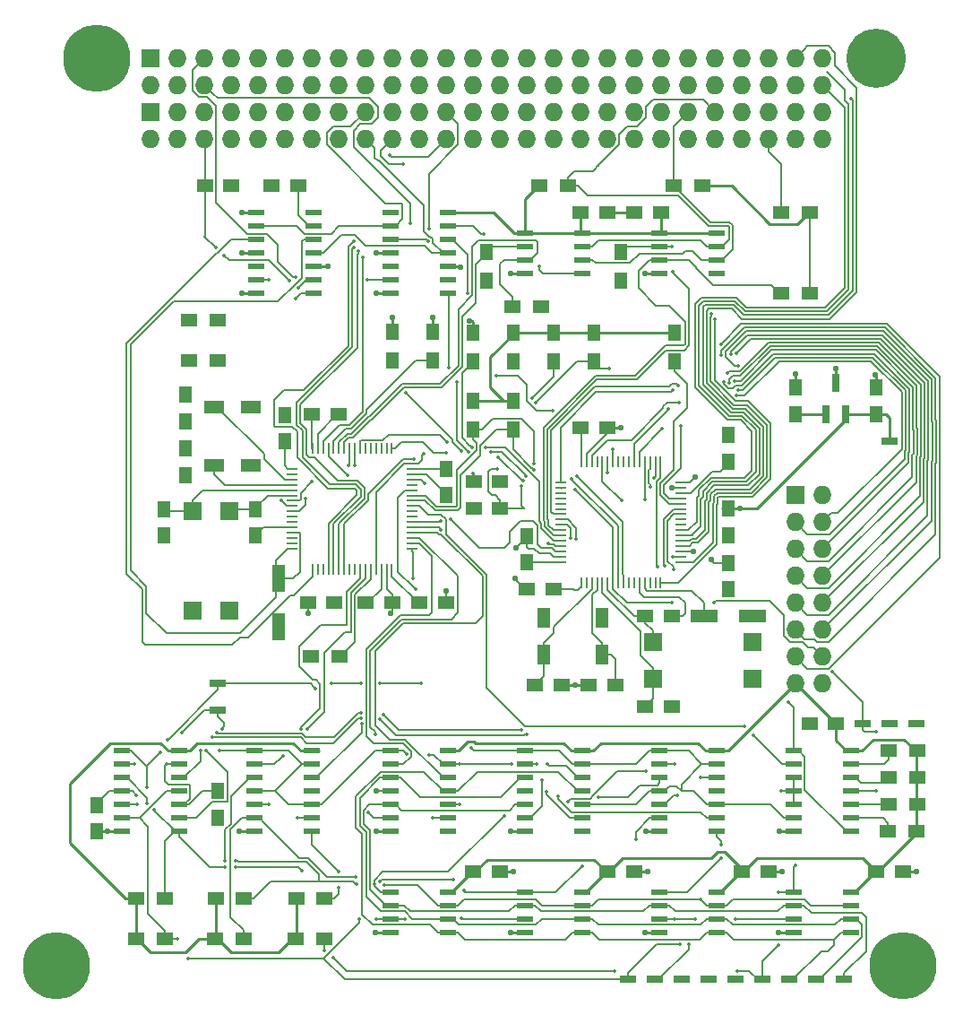
<source format=gtl>
G04 #@! TF.FileFunction,Copper,L1,Top,Signal*
%FSLAX46Y46*%
G04 Gerber Fmt 4.6, Leading zero omitted, Abs format (unit mm)*
G04 Created by KiCad (PCBNEW 4.0.4-stable) date Tue Apr 25 21:09:12 2017*
%MOMM*%
%LPD*%
G01*
G04 APERTURE LIST*
%ADD10C,0.100000*%
%ADD11R,0.250000X1.000000*%
%ADD12R,1.000000X0.250000*%
%ADD13R,1.500000X1.300000*%
%ADD14R,1.250000X1.500000*%
%ADD15R,1.500000X0.600000*%
%ADD16R,1.600000X0.800000*%
%ADD17R,1.550000X0.600000*%
%ADD18R,1.900000X1.300000*%
%ADD19R,1.500000X1.250000*%
%ADD20R,1.198880X2.598420*%
%ADD21R,1.198880X2.600960*%
%ADD22R,2.598420X1.198880*%
%ADD23R,2.600960X1.198880*%
%ADD24R,1.300000X1.500000*%
%ADD25R,0.800100X1.800860*%
%ADD26R,1.800000X1.800000*%
%ADD27R,1.300000X1.900000*%
%ADD28C,6.350000*%
%ADD29C,5.588000*%
%ADD30R,1.727200X1.727200*%
%ADD31O,1.727200X1.727200*%
%ADD32C,0.558800*%
%ADD33C,0.355600*%
%ADD34C,0.177800*%
%ADD35C,0.279400*%
G04 APERTURE END LIST*
D10*
D11*
X167700000Y-100950000D03*
X168200000Y-100950000D03*
X168700000Y-100950000D03*
X169200000Y-100950000D03*
X169700000Y-100950000D03*
X170200000Y-100950000D03*
X170700000Y-100950000D03*
X171200000Y-100950000D03*
X171700000Y-100950000D03*
X172200000Y-100950000D03*
X172700000Y-100950000D03*
X173200000Y-100950000D03*
X173700000Y-100950000D03*
X174200000Y-100950000D03*
X174700000Y-100950000D03*
X175200000Y-100950000D03*
D12*
X177150000Y-99000000D03*
X177150000Y-98500000D03*
X177150000Y-98000000D03*
X177150000Y-97500000D03*
X177150000Y-97000000D03*
X177150000Y-96500000D03*
X177150000Y-96000000D03*
X177150000Y-95500000D03*
X177150000Y-95000000D03*
X177150000Y-94500000D03*
X177150000Y-94000000D03*
X177150000Y-93500000D03*
X177150000Y-93000000D03*
X177150000Y-92500000D03*
X177150000Y-92000000D03*
X177150000Y-91500000D03*
D11*
X175200000Y-89550000D03*
X174700000Y-89550000D03*
X174200000Y-89550000D03*
X173700000Y-89550000D03*
X173200000Y-89550000D03*
X172700000Y-89550000D03*
X172200000Y-89550000D03*
X171700000Y-89550000D03*
X171200000Y-89550000D03*
X170700000Y-89550000D03*
X170200000Y-89550000D03*
X169700000Y-89550000D03*
X169200000Y-89550000D03*
X168700000Y-89550000D03*
X168200000Y-89550000D03*
X167700000Y-89550000D03*
D12*
X165750000Y-91500000D03*
X165750000Y-92000000D03*
X165750000Y-92500000D03*
X165750000Y-93000000D03*
X165750000Y-93500000D03*
X165750000Y-94000000D03*
X165750000Y-94500000D03*
X165750000Y-95000000D03*
X165750000Y-95500000D03*
X165750000Y-96000000D03*
X165750000Y-96500000D03*
X165750000Y-97000000D03*
X165750000Y-97500000D03*
X165750000Y-98000000D03*
X165750000Y-98500000D03*
X165750000Y-99000000D03*
X140350000Y-90230000D03*
X140350000Y-90730000D03*
X140350000Y-91230000D03*
X140350000Y-91730000D03*
X140350000Y-92230000D03*
X140350000Y-92730000D03*
X140350000Y-93230000D03*
X140350000Y-93730000D03*
X140350000Y-94230000D03*
X140350000Y-94730000D03*
X140350000Y-95230000D03*
X140350000Y-95730000D03*
X140350000Y-96230000D03*
X140350000Y-96730000D03*
X140350000Y-97230000D03*
X140350000Y-97730000D03*
D11*
X142300000Y-99680000D03*
X142800000Y-99680000D03*
X143300000Y-99680000D03*
X143800000Y-99680000D03*
X144300000Y-99680000D03*
X144800000Y-99680000D03*
X145300000Y-99680000D03*
X145800000Y-99680000D03*
X146300000Y-99680000D03*
X146800000Y-99680000D03*
X147300000Y-99680000D03*
X147800000Y-99680000D03*
X148300000Y-99680000D03*
X148800000Y-99680000D03*
X149300000Y-99680000D03*
X149800000Y-99680000D03*
D12*
X151750000Y-97730000D03*
X151750000Y-97230000D03*
X151750000Y-96730000D03*
X151750000Y-96230000D03*
X151750000Y-95730000D03*
X151750000Y-95230000D03*
X151750000Y-94730000D03*
X151750000Y-94230000D03*
X151750000Y-93730000D03*
X151750000Y-93230000D03*
X151750000Y-92730000D03*
X151750000Y-92230000D03*
X151750000Y-91730000D03*
X151750000Y-91230000D03*
X151750000Y-90730000D03*
X151750000Y-90230000D03*
D11*
X149800000Y-88280000D03*
X149300000Y-88280000D03*
X148800000Y-88280000D03*
X148300000Y-88280000D03*
X147800000Y-88280000D03*
X147300000Y-88280000D03*
X146800000Y-88280000D03*
X146300000Y-88280000D03*
X145800000Y-88280000D03*
X145300000Y-88280000D03*
X144800000Y-88280000D03*
X144300000Y-88280000D03*
X143800000Y-88280000D03*
X143300000Y-88280000D03*
X142800000Y-88280000D03*
X142300000Y-88280000D03*
D13*
X186610000Y-73660000D03*
X189310000Y-73660000D03*
D14*
X128270000Y-96500000D03*
X128270000Y-94000000D03*
D15*
X162400000Y-116840000D03*
X162400000Y-118110000D03*
X162400000Y-119380000D03*
X162400000Y-120650000D03*
X162400000Y-121920000D03*
X162400000Y-123190000D03*
X162400000Y-124460000D03*
X167800000Y-124460000D03*
X167800000Y-123190000D03*
X167800000Y-121920000D03*
X167800000Y-120650000D03*
X167800000Y-119380000D03*
X167800000Y-118110000D03*
X167800000Y-116840000D03*
D16*
X189865000Y-138430000D03*
D17*
X187800000Y-130175000D03*
X187800000Y-131445000D03*
X187800000Y-132715000D03*
X187800000Y-133985000D03*
X193200000Y-133985000D03*
X193200000Y-132715000D03*
X193200000Y-131445000D03*
X193200000Y-130175000D03*
X175100000Y-130175000D03*
X175100000Y-131445000D03*
X175100000Y-132715000D03*
X175100000Y-133985000D03*
X180500000Y-133985000D03*
X180500000Y-132715000D03*
X180500000Y-131445000D03*
X180500000Y-130175000D03*
D18*
X136497000Y-84372000D03*
X132997000Y-84372000D03*
X136497000Y-89872000D03*
X132997000Y-89872000D03*
D19*
X172700000Y-128270000D03*
X170200000Y-128270000D03*
D14*
X139700000Y-85110000D03*
X139700000Y-87610000D03*
D19*
X141879000Y-102870000D03*
X144379000Y-102870000D03*
X149840000Y-102870000D03*
X147340000Y-102870000D03*
X154920000Y-102870000D03*
X152420000Y-102870000D03*
D14*
X154940000Y-92690000D03*
X154940000Y-90190000D03*
X130302000Y-85705000D03*
X130302000Y-83205000D03*
X130302000Y-88285000D03*
X130302000Y-90785000D03*
D19*
X144760000Y-85090000D03*
X142260000Y-85090000D03*
D14*
X136906000Y-96500000D03*
X136906000Y-94000000D03*
X187960000Y-85050000D03*
X187960000Y-82550000D03*
X195580000Y-85050000D03*
X195580000Y-82550000D03*
D19*
X162580000Y-101600000D03*
X165080000Y-101600000D03*
D14*
X181610000Y-101580000D03*
X181610000Y-99080000D03*
X181610000Y-87015000D03*
X181610000Y-89515000D03*
X181610000Y-96480000D03*
X181610000Y-93980000D03*
D19*
X170140000Y-86360000D03*
X167640000Y-86360000D03*
X165842000Y-110617000D03*
X163342000Y-110617000D03*
X168422000Y-110617000D03*
X170922000Y-110617000D03*
D14*
X162560000Y-96560000D03*
X162560000Y-99060000D03*
D19*
X176256000Y-112649000D03*
X173756000Y-112649000D03*
X176256000Y-104140000D03*
X173756000Y-104140000D03*
X160000000Y-128270000D03*
X157500000Y-128270000D03*
X185400000Y-128270000D03*
X182900000Y-128270000D03*
X198100000Y-128270000D03*
X195600000Y-128270000D03*
D20*
X139065000Y-100568760D03*
D21*
X139065000Y-105171240D03*
D22*
X179308760Y-104140000D03*
D23*
X183911240Y-104140000D03*
D24*
X176530000Y-80090000D03*
X176530000Y-77390000D03*
D13*
X144860000Y-107950000D03*
X142160000Y-107950000D03*
D24*
X168910000Y-80090000D03*
X168910000Y-77390000D03*
X165100000Y-80090000D03*
X165100000Y-77390000D03*
X161290000Y-86520000D03*
X161290000Y-83820000D03*
X157480000Y-86520000D03*
X157480000Y-83820000D03*
X157480000Y-80090000D03*
X157480000Y-77390000D03*
X153670000Y-80010000D03*
X153670000Y-77310000D03*
X149860000Y-80010000D03*
X149860000Y-77310000D03*
D13*
X125650000Y-134620000D03*
X128350000Y-134620000D03*
X133137137Y-130758947D03*
X135837137Y-130758947D03*
X133057137Y-134568947D03*
X135757137Y-134568947D03*
X140757137Y-130758947D03*
X143457137Y-130758947D03*
X140677137Y-134568947D03*
X143377137Y-134568947D03*
X125650000Y-130810000D03*
X128350000Y-130810000D03*
D24*
X161290000Y-80090000D03*
X161290000Y-77390000D03*
D13*
X186610000Y-66040000D03*
X189310000Y-66040000D03*
D24*
X158750000Y-69770000D03*
X158750000Y-72470000D03*
D13*
X161210000Y-74930000D03*
X163910000Y-74930000D03*
D24*
X171450000Y-69770000D03*
X171450000Y-72470000D03*
D13*
X163750000Y-63500000D03*
X166450000Y-63500000D03*
X179150000Y-63500000D03*
X176450000Y-63500000D03*
D16*
X194310000Y-114300000D03*
X196850000Y-114300000D03*
X199390000Y-114300000D03*
X196850000Y-87630000D03*
X133350000Y-110490000D03*
X133350000Y-113030000D03*
X172085000Y-138430000D03*
X174625000Y-138430000D03*
X184785000Y-138430000D03*
X179705000Y-138430000D03*
X182245000Y-138430000D03*
X177165000Y-138430000D03*
X187325000Y-138430000D03*
X192532000Y-138430000D03*
D25*
X190820000Y-85090000D03*
X192720000Y-85090000D03*
X191770000Y-82087720D03*
D15*
X187800000Y-116840000D03*
X187800000Y-118110000D03*
X187800000Y-119380000D03*
X187800000Y-120650000D03*
X187800000Y-121920000D03*
X187800000Y-123190000D03*
X187800000Y-124460000D03*
X193200000Y-124460000D03*
X193200000Y-123190000D03*
X193200000Y-121920000D03*
X193200000Y-120650000D03*
X193200000Y-119380000D03*
X193200000Y-118110000D03*
X193200000Y-116840000D03*
X137000000Y-66040000D03*
X137000000Y-67310000D03*
X137000000Y-68580000D03*
X137000000Y-69850000D03*
X137000000Y-71120000D03*
X137000000Y-72390000D03*
X137000000Y-73660000D03*
X142400000Y-73660000D03*
X142400000Y-72390000D03*
X142400000Y-71120000D03*
X142400000Y-69850000D03*
X142400000Y-68580000D03*
X142400000Y-67310000D03*
X142400000Y-66040000D03*
D17*
X149700000Y-130175000D03*
X149700000Y-131445000D03*
X149700000Y-132715000D03*
X149700000Y-133985000D03*
X155100000Y-133985000D03*
X155100000Y-132715000D03*
X155100000Y-131445000D03*
X155100000Y-130175000D03*
X162400000Y-130175000D03*
X162400000Y-131445000D03*
X162400000Y-132715000D03*
X162400000Y-133985000D03*
X167800000Y-133985000D03*
X167800000Y-132715000D03*
X167800000Y-131445000D03*
X167800000Y-130175000D03*
D15*
X149700000Y-66040000D03*
X149700000Y-67310000D03*
X149700000Y-68580000D03*
X149700000Y-69850000D03*
X149700000Y-71120000D03*
X149700000Y-72390000D03*
X149700000Y-73660000D03*
X155100000Y-73660000D03*
X155100000Y-72390000D03*
X155100000Y-71120000D03*
X155100000Y-69850000D03*
X155100000Y-68580000D03*
X155100000Y-67310000D03*
X155100000Y-66040000D03*
X149700000Y-116840000D03*
X149700000Y-118110000D03*
X149700000Y-119380000D03*
X149700000Y-120650000D03*
X149700000Y-121920000D03*
X149700000Y-123190000D03*
X149700000Y-124460000D03*
X155100000Y-124460000D03*
X155100000Y-123190000D03*
X155100000Y-121920000D03*
X155100000Y-120650000D03*
X155100000Y-119380000D03*
X155100000Y-118110000D03*
X155100000Y-116840000D03*
X124300000Y-116840000D03*
X124300000Y-118110000D03*
X124300000Y-119380000D03*
X124300000Y-120650000D03*
X124300000Y-121920000D03*
X124300000Y-123190000D03*
X124300000Y-124460000D03*
X129700000Y-124460000D03*
X129700000Y-123190000D03*
X129700000Y-121920000D03*
X129700000Y-120650000D03*
X129700000Y-119380000D03*
X129700000Y-118110000D03*
X129700000Y-116840000D03*
D17*
X162400000Y-67945000D03*
X162400000Y-69215000D03*
X162400000Y-70485000D03*
X162400000Y-71755000D03*
X167800000Y-71755000D03*
X167800000Y-70485000D03*
X167800000Y-69215000D03*
X167800000Y-67945000D03*
X175100000Y-67945000D03*
X175100000Y-69215000D03*
X175100000Y-70485000D03*
X175100000Y-71755000D03*
X180500000Y-71755000D03*
X180500000Y-70485000D03*
X180500000Y-69215000D03*
X180500000Y-67945000D03*
D15*
X175100000Y-116840000D03*
X175100000Y-118110000D03*
X175100000Y-119380000D03*
X175100000Y-120650000D03*
X175100000Y-121920000D03*
X175100000Y-123190000D03*
X175100000Y-124460000D03*
X180500000Y-124460000D03*
X180500000Y-123190000D03*
X180500000Y-121920000D03*
X180500000Y-120650000D03*
X180500000Y-119380000D03*
X180500000Y-118110000D03*
X180500000Y-116840000D03*
X136840000Y-116840000D03*
X136840000Y-118110000D03*
X136840000Y-119380000D03*
X136840000Y-120650000D03*
X136840000Y-121920000D03*
X136840000Y-123190000D03*
X136840000Y-124460000D03*
X142240000Y-124460000D03*
X142240000Y-123190000D03*
X142240000Y-121920000D03*
X142240000Y-120650000D03*
X142240000Y-119380000D03*
X142240000Y-118110000D03*
X142240000Y-116840000D03*
D26*
X134465000Y-94233000D03*
X130965000Y-94233000D03*
X134465000Y-103633000D03*
X130965000Y-103633000D03*
D27*
X164172000Y-104267000D03*
X164172000Y-107767000D03*
X169672000Y-104267000D03*
X169672000Y-107767000D03*
D26*
X174497000Y-106581000D03*
X174497000Y-110081000D03*
X183897000Y-106581000D03*
X183897000Y-110081000D03*
D28*
X118110000Y-137160000D03*
X198120000Y-137160000D03*
D29*
X195580000Y-51435000D03*
D28*
X121920000Y-51435000D03*
D30*
X127000000Y-56515000D03*
D31*
X127000000Y-59055000D03*
X129540000Y-56515000D03*
X129540000Y-59055000D03*
X132080000Y-56515000D03*
X132080000Y-59055000D03*
X134620000Y-56515000D03*
X134620000Y-59055000D03*
X137160000Y-56515000D03*
X137160000Y-59055000D03*
X139700000Y-56515000D03*
X139700000Y-59055000D03*
X142240000Y-56515000D03*
X142240000Y-59055000D03*
X144780000Y-56515000D03*
X144780000Y-59055000D03*
X147320000Y-56515000D03*
X147320000Y-59055000D03*
X149860000Y-56515000D03*
X149860000Y-59055000D03*
X152400000Y-56515000D03*
X152400000Y-59055000D03*
X154940000Y-56515000D03*
X154940000Y-59055000D03*
X157480000Y-56515000D03*
X157480000Y-59055000D03*
X160020000Y-56515000D03*
X160020000Y-59055000D03*
X162560000Y-56515000D03*
X162560000Y-59055000D03*
X165100000Y-56515000D03*
X165100000Y-59055000D03*
X167640000Y-56515000D03*
X167640000Y-59055000D03*
X170180000Y-56515000D03*
X170180000Y-59055000D03*
X172720000Y-56515000D03*
X172720000Y-59055000D03*
X175260000Y-56515000D03*
X175260000Y-59055000D03*
X177800000Y-56515000D03*
X177800000Y-59055000D03*
X180340000Y-56515000D03*
X180340000Y-59055000D03*
X182880000Y-56515000D03*
X182880000Y-59055000D03*
X185420000Y-56515000D03*
X185420000Y-59055000D03*
X187960000Y-56515000D03*
X187960000Y-59055000D03*
X190500000Y-56515000D03*
X190500000Y-59055000D03*
D30*
X127000000Y-51435000D03*
D31*
X127000000Y-53975000D03*
X129540000Y-51435000D03*
X129540000Y-53975000D03*
X132080000Y-51435000D03*
X132080000Y-53975000D03*
X134620000Y-51435000D03*
X134620000Y-53975000D03*
X137160000Y-51435000D03*
X137160000Y-53975000D03*
X139700000Y-51435000D03*
X139700000Y-53975000D03*
X142240000Y-51435000D03*
X142240000Y-53975000D03*
X144780000Y-51435000D03*
X144780000Y-53975000D03*
X147320000Y-51435000D03*
X147320000Y-53975000D03*
X149860000Y-51435000D03*
X149860000Y-53975000D03*
X152400000Y-51435000D03*
X152400000Y-53975000D03*
X154940000Y-51435000D03*
X154940000Y-53975000D03*
X157480000Y-51435000D03*
X157480000Y-53975000D03*
X160020000Y-51435000D03*
X160020000Y-53975000D03*
X162560000Y-51435000D03*
X162560000Y-53975000D03*
X165100000Y-51435000D03*
X165100000Y-53975000D03*
X167640000Y-51435000D03*
X167640000Y-53975000D03*
X170180000Y-51435000D03*
X170180000Y-53975000D03*
X172720000Y-51435000D03*
X172720000Y-53975000D03*
X175260000Y-51435000D03*
X175260000Y-53975000D03*
X177800000Y-51435000D03*
X177800000Y-53975000D03*
X180340000Y-51435000D03*
X180340000Y-53975000D03*
X182880000Y-51435000D03*
X182880000Y-53975000D03*
X185420000Y-51435000D03*
X185420000Y-53975000D03*
X187960000Y-51435000D03*
X187960000Y-53975000D03*
X190500000Y-51435000D03*
X190500000Y-53975000D03*
D30*
X187960000Y-92710000D03*
D31*
X190500000Y-92710000D03*
X187960000Y-95250000D03*
X190500000Y-95250000D03*
X187960000Y-97790000D03*
X190500000Y-97790000D03*
X187960000Y-100330000D03*
X190500000Y-100330000D03*
X187960000Y-102870000D03*
X190500000Y-102870000D03*
X187960000Y-105410000D03*
X190500000Y-105410000D03*
X187960000Y-107950000D03*
X190500000Y-107950000D03*
X187960000Y-110490000D03*
X190500000Y-110490000D03*
D19*
X160020000Y-91440000D03*
X157520000Y-91440000D03*
X157520000Y-93980000D03*
X160020000Y-93980000D03*
X191770000Y-114300000D03*
X189270000Y-114300000D03*
D14*
X121920000Y-121960000D03*
X121920000Y-124460000D03*
D19*
X167660000Y-66040000D03*
X170160000Y-66040000D03*
X175220000Y-66040000D03*
X172720000Y-66040000D03*
D14*
X133350000Y-120650000D03*
X133350000Y-123150000D03*
D13*
X196690000Y-124460000D03*
X199390000Y-124460000D03*
X196770000Y-121920000D03*
X199470000Y-121920000D03*
X196770000Y-119380000D03*
X199470000Y-119380000D03*
X196770000Y-116840000D03*
X199470000Y-116840000D03*
X130650000Y-80010000D03*
X133350000Y-80010000D03*
X130650000Y-76200000D03*
X133350000Y-76200000D03*
D19*
X140930000Y-63500000D03*
X138430000Y-63500000D03*
X132120000Y-63500000D03*
X134620000Y-63500000D03*
D32*
X141922500Y-103886000D03*
X149669500Y-103822500D03*
X154940000Y-101727000D03*
X161417000Y-100584000D03*
X161566699Y-97678301D03*
X148358250Y-120650000D03*
X148358250Y-124457012D03*
X173823068Y-124455134D03*
X161036000Y-133985000D03*
X157173028Y-76231623D03*
X176225200Y-91988065D03*
D33*
X176377921Y-98492437D03*
D32*
X191770000Y-80721320D03*
X195486259Y-81373741D03*
X149694932Y-66040000D03*
X156324290Y-71206066D03*
X173749501Y-71768501D03*
X171450000Y-86360000D03*
X187960000Y-81280000D03*
X135636000Y-73660000D03*
X135636000Y-66040000D03*
X135636000Y-69850000D03*
X143764000Y-71120000D03*
X148336000Y-69850000D03*
X161036000Y-71755000D03*
X153670000Y-75946000D03*
X149860000Y-75946000D03*
X148336000Y-73660000D03*
X186309000Y-133985000D03*
X173736000Y-133985000D03*
X148209000Y-133985000D03*
X161290000Y-128270000D03*
X173990000Y-128270000D03*
X199390000Y-128270000D03*
X186690000Y-128270000D03*
X186436000Y-124460000D03*
X161036000Y-124460000D03*
X135382000Y-124460000D03*
X122936000Y-124460000D03*
X167132000Y-110617000D03*
X182689500Y-93980000D03*
X178435000Y-90995500D03*
X178308000Y-98044000D03*
X179959000Y-98806000D03*
D33*
X182511349Y-82776553D03*
X152908000Y-91567000D03*
X182200164Y-81899125D03*
X154948135Y-88709510D03*
X181518591Y-81178991D03*
X155024600Y-87660943D03*
X154449549Y-95948510D03*
X181825899Y-79393540D03*
X154434031Y-95118664D03*
X180936888Y-79502000D03*
X163423966Y-83993948D03*
X142240000Y-91440000D03*
X157480000Y-90678000D03*
X187261500Y-112204500D03*
X170307000Y-80708500D03*
X180911500Y-78422500D03*
X176927251Y-83989757D03*
X182393567Y-83296799D03*
X176352317Y-82800188D03*
X181165510Y-82045473D03*
X176845956Y-82389523D03*
X181709074Y-82109395D03*
X175347392Y-86436211D03*
X182369519Y-79311490D03*
X175905178Y-84543881D03*
X182509373Y-80522007D03*
X176276000Y-102870000D03*
X180207640Y-102870000D03*
X191396732Y-109354732D03*
X195580000Y-115062000D03*
X195580000Y-120650000D03*
X167132000Y-92202000D03*
X162003954Y-91826052D03*
X163068000Y-83566000D03*
X159766000Y-90233500D03*
X147066000Y-70231000D03*
X151897365Y-89292189D03*
X163203542Y-90289047D03*
X170180000Y-90551000D03*
X163242610Y-89715967D03*
X170688000Y-88392000D03*
X158623000Y-88201490D03*
X157373998Y-88170253D03*
X183092927Y-114512927D03*
X183937073Y-115357073D03*
X178435000Y-132715000D03*
X182245000Y-132715000D03*
X177038000Y-135128000D03*
X176530000Y-132715000D03*
X129540000Y-134620000D03*
X130556000Y-136461500D03*
X146748500Y-132715000D03*
X148336000Y-132715000D03*
X151066500Y-132715000D03*
X156400500Y-132651500D03*
X135001000Y-127254000D03*
X134048500Y-127254000D03*
X148158230Y-129414891D03*
X146427402Y-129419317D03*
X160401000Y-122999500D03*
X169291000Y-121221500D03*
X148682067Y-129187567D03*
X146380159Y-128759446D03*
X172847000Y-125222000D03*
X167767000Y-127698500D03*
X155575000Y-129032000D03*
X156591000Y-130048000D03*
X180911500Y-125666500D03*
X180911500Y-127000000D03*
X144780000Y-129794000D03*
X144780000Y-128270000D03*
X143383000Y-135699500D03*
X144272000Y-136334500D03*
X170878500Y-137604500D03*
X182435500Y-137604500D03*
X186309000Y-135191500D03*
X186372500Y-130175000D03*
X180500000Y-120650000D03*
X187960000Y-127635000D03*
X186626500Y-120650000D03*
X173799500Y-118745000D03*
X166433500Y-121602500D03*
X161099500Y-118110000D03*
X156210000Y-121920000D03*
X156210000Y-118110000D03*
X151193500Y-117157500D03*
X153352500Y-117221000D03*
X133731000Y-114744500D03*
X133540500Y-116776500D03*
X129984500Y-115125500D03*
X127952500Y-116967000D03*
X125666500Y-121031000D03*
X126682500Y-120269000D03*
X152527000Y-110490000D03*
X158496000Y-68072000D03*
X163766500Y-71056500D03*
X142582879Y-110943726D03*
X144081511Y-110490000D03*
X128524000Y-118046500D03*
X128587500Y-115760500D03*
X146875500Y-110490000D03*
X148653500Y-110490000D03*
X157289500Y-116586000D03*
X133159500Y-69342000D03*
X133921500Y-70040500D03*
X140081000Y-72453500D03*
X176332204Y-71642249D03*
X176276000Y-69215000D03*
X141282323Y-128131457D03*
X149108064Y-129508587D03*
X178980499Y-130878299D03*
X177863500Y-135128000D03*
X134048500Y-127825500D03*
X135001000Y-127825500D03*
X127325748Y-122436248D03*
X126682500Y-121793000D03*
X138176000Y-72390000D03*
X139319000Y-93218000D03*
X140705261Y-74144076D03*
X141618566Y-93004700D03*
X141244491Y-114744490D03*
X139526389Y-117284510D03*
X138176000Y-121920000D03*
X141795500Y-114744500D03*
X152781000Y-88773000D03*
X146939000Y-114300000D03*
X151765000Y-100584000D03*
X148209000Y-115316000D03*
X147574000Y-122682000D03*
X152031711Y-101601049D03*
X153670000Y-123190000D03*
X146304000Y-89916010D03*
X125730000Y-121920000D03*
X145669000Y-89916010D03*
X125476000Y-118110000D03*
X145593651Y-90805021D03*
X140843000Y-123190000D03*
X162186333Y-91324798D03*
X156348205Y-88523839D03*
X159852300Y-89090510D03*
X166814500Y-91198711D03*
X147510500Y-72390000D03*
X151130000Y-82994500D03*
X155194000Y-80645000D03*
X155956000Y-82042000D03*
X157035500Y-88582500D03*
X159131000Y-88646000D03*
X162496500Y-90868500D03*
X167322500Y-90932000D03*
X180352732Y-76073000D03*
X156931695Y-73592677D03*
X179997283Y-75552343D03*
X153225510Y-68702854D03*
X193191421Y-55291856D03*
X176402951Y-99751249D03*
X176530000Y-118046500D03*
X176782645Y-121042129D03*
X175577500Y-99377500D03*
X151511000Y-66992500D03*
X159702500Y-81407000D03*
X164973000Y-84709000D03*
X177101500Y-86169500D03*
X179006500Y-119380000D03*
X174942500Y-99441000D03*
X174542689Y-91084179D03*
X163512490Y-118110000D03*
X174200000Y-91906553D03*
X163957000Y-119634000D03*
X164465000Y-118110000D03*
X173736000Y-93091000D03*
X150876000Y-61468000D03*
X164401510Y-120713480D03*
X171513500Y-93218000D03*
X132841990Y-115528122D03*
X146878181Y-113753905D03*
X167214056Y-96859251D03*
X131699000Y-116776500D03*
X148653500Y-113855500D03*
X162560000Y-115316000D03*
X132270500Y-116840000D03*
X133286500Y-115125500D03*
X146875500Y-113220500D03*
X148971000Y-113411000D03*
X162052000Y-114871500D03*
X166687500Y-96774000D03*
X165544500Y-121157990D03*
X164592000Y-97218500D03*
X140716000Y-72136000D03*
X155384500Y-94964033D03*
X140970000Y-73152000D03*
X153289000Y-67564000D03*
X146217700Y-69328434D03*
X146653884Y-69635470D03*
X149606000Y-60579000D03*
X146177000Y-68707000D03*
D34*
X176256000Y-104140000D02*
X177292000Y-104140000D01*
X177292000Y-104140000D02*
X177546000Y-103886000D01*
X177546000Y-103886000D02*
X177546000Y-102870000D01*
X177546000Y-102870000D02*
X176974500Y-102298500D01*
X176974500Y-102298500D02*
X173609000Y-102298500D01*
X173609000Y-102298500D02*
X173200000Y-101889500D01*
X173200000Y-101889500D02*
X173200000Y-100950000D01*
D35*
X170160000Y-66040000D02*
X172720000Y-66040000D01*
X121920000Y-124460000D02*
X122936000Y-124460000D01*
D34*
X141922500Y-103886000D02*
X141922500Y-102913500D01*
X141922500Y-102913500D02*
X141879000Y-102870000D01*
X149840000Y-102870000D02*
X149840000Y-103652000D01*
X149840000Y-103652000D02*
X149669500Y-103822500D01*
X154940000Y-101727000D02*
X154940000Y-102850000D01*
X154940000Y-102850000D02*
X154920000Y-102870000D01*
X161544699Y-100711699D02*
X161417000Y-100584000D01*
X161566699Y-100711699D02*
X161544699Y-100711699D01*
X162455000Y-101600000D02*
X161566699Y-100711699D01*
X162580000Y-101600000D02*
X162455000Y-101600000D01*
X162560000Y-96685000D02*
X162560000Y-96560000D01*
X161566699Y-97678301D02*
X162560000Y-96685000D01*
X162687000Y-97726500D02*
X162560000Y-97599500D01*
X162560000Y-97599500D02*
X162560000Y-96560000D01*
X163708942Y-98171000D02*
X163264442Y-97726500D01*
X163264442Y-97726500D02*
X162687000Y-97726500D01*
X164743200Y-98171000D02*
X163708942Y-98171000D01*
X165750000Y-98500000D02*
X165072200Y-98500000D01*
X165072200Y-98500000D02*
X164743200Y-98171000D01*
X149700000Y-120650000D02*
X148358250Y-120650000D01*
D35*
X148361238Y-124460000D02*
X148358250Y-124457012D01*
X149700000Y-124460000D02*
X148361238Y-124460000D01*
X173827934Y-124460000D02*
X173823068Y-124455134D01*
X175100000Y-124460000D02*
X173827934Y-124460000D01*
X161036000Y-133985000D02*
X162400000Y-133985000D01*
X157480000Y-76360600D02*
X157351023Y-76231623D01*
X157480000Y-77390000D02*
X157480000Y-76360600D01*
X157351023Y-76231623D02*
X157173028Y-76231623D01*
D34*
X177150000Y-92000000D02*
X176237135Y-92000000D01*
X176237135Y-92000000D02*
X176225200Y-91988065D01*
X177150000Y-98500000D02*
X176385484Y-98500000D01*
X176385484Y-98500000D02*
X176377921Y-98492437D01*
D35*
X191770000Y-82087720D02*
X191770000Y-80721320D01*
X195580000Y-81467482D02*
X195486259Y-81373741D01*
X195580000Y-82550000D02*
X195580000Y-81467482D01*
X149700000Y-66040000D02*
X149694932Y-66040000D01*
D34*
X142800000Y-86925000D02*
X142800000Y-87602200D01*
X144760000Y-85090000D02*
X144635000Y-85090000D01*
X144635000Y-85090000D02*
X142800000Y-86925000D01*
X142800000Y-87602200D02*
X142800000Y-88280000D01*
X170140000Y-86360000D02*
X170140000Y-86822058D01*
X170140000Y-86822058D02*
X168206699Y-88755359D01*
X168206699Y-88755359D02*
X168206699Y-89543301D01*
X168206699Y-89543301D02*
X168200000Y-89550000D01*
X140350000Y-95730000D02*
X137676000Y-95730000D01*
X137676000Y-95730000D02*
X136906000Y-96500000D01*
X154940000Y-92690000D02*
X154940000Y-92565000D01*
X154940000Y-92565000D02*
X153105000Y-90730000D01*
X153105000Y-90730000D02*
X152427800Y-90730000D01*
X152427800Y-90730000D02*
X151750000Y-90730000D01*
X149840000Y-102870000D02*
X149840000Y-102067200D01*
X149840000Y-102067200D02*
X149306699Y-101533899D01*
X149306699Y-101533899D02*
X149306699Y-99686699D01*
X149306699Y-99686699D02*
X149300000Y-99680000D01*
D35*
X156238224Y-71120000D02*
X156324290Y-71206066D01*
X155100000Y-71120000D02*
X156238224Y-71120000D01*
X175100000Y-71755000D02*
X173763002Y-71755000D01*
X173763002Y-71755000D02*
X173749501Y-71768501D01*
X170140000Y-86360000D02*
X171450000Y-86360000D01*
X187960000Y-82550000D02*
X187960000Y-81280000D01*
X137000000Y-73660000D02*
X135636000Y-73660000D01*
X137000000Y-66040000D02*
X135636000Y-66040000D01*
X137000000Y-69850000D02*
X135636000Y-69850000D01*
X142400000Y-71120000D02*
X143764000Y-71120000D01*
X149700000Y-69850000D02*
X148336000Y-69850000D01*
X162400000Y-71755000D02*
X161036000Y-71755000D01*
X153670000Y-77310000D02*
X153670000Y-75946000D01*
X149860000Y-75946000D02*
X149860000Y-77310000D01*
X149700000Y-73660000D02*
X148336000Y-73660000D01*
X186309000Y-133985000D02*
X187800000Y-133985000D01*
X173736000Y-133985000D02*
X175100000Y-133985000D01*
X149700000Y-133985000D02*
X148209000Y-133985000D01*
X161290000Y-128270000D02*
X160000000Y-128270000D01*
X173990000Y-128270000D02*
X172700000Y-128270000D01*
X199390000Y-128270000D02*
X198100000Y-128270000D01*
X185400000Y-128270000D02*
X186690000Y-128270000D01*
X186436000Y-124460000D02*
X187800000Y-124460000D01*
X161036000Y-124460000D02*
X162400000Y-124460000D01*
X135382000Y-124460000D02*
X136840000Y-124460000D01*
X124300000Y-124460000D02*
X122936000Y-124460000D01*
X165842000Y-110617000D02*
X167132000Y-110617000D01*
X167132000Y-110617000D02*
X168422000Y-110617000D01*
X175220000Y-66040000D02*
X175220000Y-67825000D01*
X175220000Y-67825000D02*
X175100000Y-67945000D01*
X167660000Y-66040000D02*
X167660000Y-67805000D01*
X167660000Y-67805000D02*
X167800000Y-67945000D01*
X125650000Y-130810000D02*
X124620600Y-130810000D01*
X124620600Y-130810000D02*
X119380000Y-125569400D01*
X119380000Y-125569400D02*
X119380000Y-119955618D01*
X123214719Y-116120899D02*
X127951499Y-116120899D01*
X119380000Y-119955618D02*
X123214719Y-116120899D01*
X128670600Y-116840000D02*
X129700000Y-116840000D01*
X127951499Y-116120899D02*
X128670600Y-116840000D01*
X193200000Y-116840000D02*
X194229400Y-116840000D01*
X191770000Y-114300000D02*
X191770000Y-115860000D01*
X191770000Y-115860000D02*
X192750000Y-116840000D01*
X192750000Y-116840000D02*
X193200000Y-116840000D01*
X187960000Y-110490000D02*
X189230000Y-111760000D01*
X189230000Y-111760000D02*
X191770000Y-114300000D01*
X195298501Y-115770899D02*
X198220899Y-115770899D01*
X198220899Y-115770899D02*
X199290000Y-116840000D01*
X199290000Y-116840000D02*
X199390000Y-116840000D01*
X199550000Y-116840000D02*
X199450000Y-116840000D01*
X195298501Y-115770899D02*
X194229400Y-116840000D01*
X199390000Y-119380000D02*
X199390000Y-117000000D01*
X199390000Y-117000000D02*
X199550000Y-116840000D01*
X199390000Y-121920000D02*
X199390000Y-119380000D01*
X199390000Y-124460000D02*
X199390000Y-121920000D01*
X195600000Y-128270000D02*
X195725000Y-128270000D01*
X195725000Y-128270000D02*
X199390000Y-124605000D01*
X199390000Y-124605000D02*
X199390000Y-124460000D01*
X180179400Y-63500000D02*
X179150000Y-63500000D01*
X181915618Y-63500000D02*
X180179400Y-63500000D01*
X185524719Y-67109101D02*
X181915618Y-63500000D01*
X188140899Y-67109101D02*
X185524719Y-67109101D01*
X189210000Y-66040000D02*
X188140899Y-67109101D01*
X189310000Y-66040000D02*
X189210000Y-66040000D01*
X180028084Y-127000000D02*
X171595000Y-127000000D01*
X180624986Y-126403098D02*
X180028084Y-127000000D01*
X182775000Y-127916584D02*
X181261514Y-126403098D01*
X171595000Y-127000000D02*
X170325000Y-128270000D01*
X181261514Y-126403098D02*
X180624986Y-126403098D01*
X182775000Y-128270000D02*
X182775000Y-127916584D01*
X170325000Y-128270000D02*
X170200000Y-128270000D01*
X182900000Y-128270000D02*
X182775000Y-128270000D01*
X140491499Y-116120899D02*
X134762015Y-116120899D01*
X130729400Y-116840000D02*
X129700000Y-116840000D01*
X131427888Y-116141512D02*
X130729400Y-116840000D01*
X134762015Y-116120899D02*
X134741402Y-116141512D01*
X141210600Y-116840000D02*
X140491499Y-116120899D01*
X134741402Y-116141512D02*
X131427888Y-116141512D01*
X142240000Y-116840000D02*
X141210600Y-116840000D01*
X157625000Y-128270000D02*
X157500000Y-128270000D01*
X167480486Y-127101598D02*
X167477084Y-127105000D01*
X168906598Y-127101598D02*
X167480486Y-127101598D01*
X170075000Y-128270000D02*
X168906598Y-127101598D01*
X167477084Y-127105000D02*
X158790000Y-127105000D01*
X158790000Y-127105000D02*
X157625000Y-128270000D01*
X166051499Y-116120899D02*
X166770600Y-116840000D01*
X157707815Y-116120899D02*
X166051499Y-116120899D01*
X157576014Y-115989098D02*
X157707815Y-116120899D01*
X156980302Y-115989098D02*
X157576014Y-115989098D01*
X156129400Y-116840000D02*
X156980302Y-115989098D01*
X155100000Y-116840000D02*
X156129400Y-116840000D01*
X166770600Y-116840000D02*
X167800000Y-116840000D01*
X132027737Y-134568947D02*
X133057137Y-134568947D01*
X131565139Y-134568947D02*
X132027737Y-134568947D01*
X130264086Y-135870000D02*
X131565139Y-134568947D01*
X125750000Y-134620000D02*
X127000000Y-135870000D01*
X125650000Y-134620000D02*
X125750000Y-134620000D01*
X127000000Y-135870000D02*
X130264086Y-135870000D01*
X160360600Y-83820000D02*
X161290000Y-83820000D01*
X159105598Y-82564998D02*
X160360600Y-83820000D01*
X159105598Y-79674402D02*
X159105598Y-82564998D01*
X161290000Y-77490000D02*
X159105598Y-79674402D01*
X161290000Y-77390000D02*
X161290000Y-77490000D01*
D34*
X189310000Y-72832200D02*
X189310000Y-73660000D01*
X189310000Y-66040000D02*
X189310000Y-72832200D01*
X154097200Y-90230000D02*
X151750000Y-90230000D01*
X154137200Y-90190000D02*
X154097200Y-90230000D01*
X154940000Y-90190000D02*
X154137200Y-90190000D01*
X139700000Y-87610000D02*
X139700000Y-89580000D01*
X139700000Y-89580000D02*
X139672200Y-89607800D01*
X139672200Y-89607800D02*
X139672200Y-89927200D01*
X139672200Y-89927200D02*
X139975000Y-90230000D01*
X139975000Y-90230000D02*
X140350000Y-90230000D01*
X142260000Y-85090000D02*
X142260000Y-88240000D01*
X142260000Y-88240000D02*
X142300000Y-88280000D01*
X152420000Y-102870000D02*
X152295000Y-102870000D01*
X152295000Y-102870000D02*
X149800000Y-100375000D01*
X149800000Y-100375000D02*
X149800000Y-100357800D01*
X149800000Y-100357800D02*
X149800000Y-99680000D01*
D35*
X162400000Y-67945000D02*
X161345600Y-67945000D01*
X161345600Y-67945000D02*
X159440600Y-66040000D01*
X159440600Y-66040000D02*
X156129400Y-66040000D01*
X156129400Y-66040000D02*
X155100000Y-66040000D01*
X162400000Y-67945000D02*
X162400000Y-64750000D01*
X162400000Y-64750000D02*
X163650000Y-63500000D01*
X163650000Y-63500000D02*
X163750000Y-63500000D01*
X187960000Y-110490000D02*
X181610000Y-116840000D01*
X181610000Y-116840000D02*
X180500000Y-116840000D01*
X167800000Y-116840000D02*
X168829400Y-116840000D01*
X179470600Y-116840000D02*
X180500000Y-116840000D01*
X168829400Y-116840000D02*
X169548501Y-116120899D01*
X169548501Y-116120899D02*
X178751499Y-116120899D01*
X178751499Y-116120899D02*
X179470600Y-116840000D01*
X163850000Y-63500000D02*
X163750000Y-63500000D01*
X175100000Y-67945000D02*
X176154400Y-67945000D01*
X176154400Y-67945000D02*
X180500000Y-67945000D01*
X167800000Y-67945000D02*
X168854400Y-67945000D01*
X168854400Y-67945000D02*
X175100000Y-67945000D01*
X162400000Y-67945000D02*
X167800000Y-67945000D01*
X157480000Y-83820000D02*
X161290000Y-83820000D01*
X172720000Y-77390000D02*
X173649400Y-77390000D01*
X173649400Y-77390000D02*
X176530000Y-77390000D01*
X168910000Y-77390000D02*
X169839400Y-77390000D01*
X169839400Y-77390000D02*
X172720000Y-77390000D01*
X165100000Y-77390000D02*
X168910000Y-77390000D01*
X161290000Y-77390000D02*
X162219400Y-77390000D01*
X162219400Y-77390000D02*
X165100000Y-77390000D01*
X140677137Y-134568947D02*
X140386053Y-134568947D01*
X140386053Y-134568947D02*
X139065000Y-135890000D01*
X139065000Y-135890000D02*
X134620000Y-135890000D01*
X134620000Y-135890000D02*
X133298947Y-134568947D01*
X133298947Y-134568947D02*
X133057137Y-134568947D01*
X140757137Y-130758947D02*
X140757137Y-134488947D01*
X140757137Y-134488947D02*
X140677137Y-134568947D01*
X133137137Y-130758947D02*
X133401053Y-130758947D01*
X133137137Y-130758947D02*
X133137137Y-134488947D01*
X133137137Y-134488947D02*
X133057137Y-134568947D01*
X133137137Y-130758947D02*
X133137137Y-130597137D01*
X125650000Y-130810000D02*
X125730000Y-130810000D01*
X125650000Y-130810000D02*
X125650000Y-134620000D01*
X195600000Y-128270000D02*
X195475000Y-128270000D01*
X195475000Y-128270000D02*
X193570000Y-130175000D01*
X193570000Y-130175000D02*
X193200000Y-130175000D01*
X157500000Y-128270000D02*
X157375000Y-128270000D01*
X157375000Y-128270000D02*
X155470000Y-130175000D01*
X155470000Y-130175000D02*
X155100000Y-130175000D01*
X170200000Y-128270000D02*
X170075000Y-128270000D01*
X170075000Y-128270000D02*
X168170000Y-130175000D01*
X168170000Y-130175000D02*
X167800000Y-130175000D01*
X194310000Y-127000000D02*
X184295000Y-127000000D01*
X184295000Y-127000000D02*
X183025000Y-128270000D01*
X183025000Y-128270000D02*
X182900000Y-128270000D01*
X195580000Y-128270000D02*
X194310000Y-127000000D01*
X195600000Y-128270000D02*
X195580000Y-128270000D01*
X182775000Y-128270000D02*
X180870000Y-130175000D01*
X180870000Y-130175000D02*
X180500000Y-130175000D01*
X142875000Y-116840000D02*
X142240000Y-116840000D01*
D34*
X148800000Y-99680000D02*
X148800000Y-101535000D01*
X148800000Y-101535000D02*
X147465000Y-102870000D01*
X147465000Y-102870000D02*
X147340000Y-102870000D01*
X140350000Y-91230000D02*
X139672200Y-91230000D01*
X139672200Y-91230000D02*
X137713701Y-89271501D01*
X137713701Y-89271501D02*
X137713701Y-88788701D01*
X137713701Y-88788701D02*
X133297000Y-84372000D01*
X133297000Y-84372000D02*
X132997000Y-84372000D01*
X140350000Y-91730000D02*
X134027200Y-91730000D01*
X134027200Y-91730000D02*
X132997000Y-90699800D01*
X132997000Y-90699800D02*
X132997000Y-89872000D01*
X130965000Y-94233000D02*
X128503000Y-94233000D01*
X128503000Y-94233000D02*
X128270000Y-94000000D01*
X140350000Y-92230000D02*
X131890200Y-92230000D01*
X131890200Y-92230000D02*
X130965000Y-93155200D01*
X130965000Y-93155200D02*
X130965000Y-94233000D01*
X136906000Y-94000000D02*
X134698000Y-94000000D01*
X134698000Y-94000000D02*
X134465000Y-94233000D01*
X140350000Y-92730000D02*
X138051000Y-92730000D01*
X138051000Y-92730000D02*
X136906000Y-93875000D01*
X136906000Y-93875000D02*
X136906000Y-94000000D01*
D35*
X190820000Y-85090000D02*
X188000000Y-85090000D01*
X188000000Y-85090000D02*
X187960000Y-85050000D01*
X184330380Y-93980000D02*
X182689500Y-93980000D01*
X192720000Y-85590380D02*
X184330380Y-93980000D01*
X192720000Y-85090000D02*
X192720000Y-85590380D01*
X182689500Y-93980000D02*
X182514400Y-93980000D01*
D34*
X177150000Y-91500000D02*
X177930500Y-91500000D01*
X177930500Y-91500000D02*
X178435000Y-90995500D01*
X162560000Y-99060000D02*
X165690000Y-99060000D01*
X165690000Y-99060000D02*
X165750000Y-99000000D01*
X165080000Y-101600000D02*
X167050000Y-101600000D01*
X167050000Y-101600000D02*
X167077800Y-101627800D01*
X167077800Y-101627800D02*
X167397200Y-101627800D01*
X167397200Y-101627800D02*
X167700000Y-101325000D01*
X167700000Y-101325000D02*
X167700000Y-100950000D01*
X178308000Y-98044000D02*
X178264000Y-98000000D01*
X178264000Y-98000000D02*
X177150000Y-98000000D01*
X181610000Y-99080000D02*
X180233000Y-99080000D01*
X180233000Y-99080000D02*
X179959000Y-98806000D01*
X181610000Y-93980000D02*
X180975000Y-93980000D01*
X167700000Y-89550000D02*
X167700000Y-86420000D01*
X167700000Y-86420000D02*
X167640000Y-86360000D01*
D35*
X182514400Y-93980000D02*
X181610000Y-93980000D01*
X196850000Y-87630000D02*
X196850000Y-85415600D01*
X196850000Y-85415600D02*
X196484400Y-85050000D01*
X196484400Y-85050000D02*
X195580000Y-85050000D01*
X192720000Y-85090000D02*
X195540000Y-85090000D01*
X195540000Y-85090000D02*
X195580000Y-85050000D01*
D34*
X181610000Y-93980000D02*
X181610000Y-94327942D01*
X177156699Y-97993301D02*
X177150000Y-98000000D01*
X180807200Y-90442800D02*
X181610000Y-89640000D01*
X181610000Y-89640000D02*
X181610000Y-89515000D01*
X178034603Y-92500000D02*
X180091807Y-90442800D01*
X177150000Y-92500000D02*
X178034603Y-92500000D01*
X180091807Y-90442800D02*
X180807200Y-90442800D01*
X164172000Y-107767000D02*
X164172000Y-109787000D01*
X164172000Y-109787000D02*
X163342000Y-110617000D01*
X164172000Y-107767000D02*
X164172000Y-106639200D01*
X164172000Y-106639200D02*
X165088701Y-105722499D01*
X168700000Y-101555062D02*
X168700000Y-100950000D01*
X165088701Y-105722499D02*
X165088701Y-105166361D01*
X165088701Y-105166361D02*
X168700000Y-101555062D01*
X169672000Y-107767000D02*
X170499800Y-107767000D01*
X170499800Y-107767000D02*
X170922000Y-108189200D01*
X170922000Y-108189200D02*
X170922000Y-109814200D01*
X170922000Y-109814200D02*
X170922000Y-110617000D01*
X169672000Y-107767000D02*
X169672000Y-106639200D01*
X169672000Y-106639200D02*
X168755299Y-105722499D01*
X168755299Y-105722499D02*
X168755299Y-102072501D01*
X168755299Y-102072501D02*
X169200000Y-101627800D01*
X169200000Y-101627800D02*
X169200000Y-100950000D01*
X174497000Y-110081000D02*
X174497000Y-111908000D01*
X174497000Y-111908000D02*
X173756000Y-112649000D01*
X169700000Y-100950000D02*
X169700000Y-101939062D01*
X169700000Y-101939062D02*
X173330299Y-105569361D01*
X173330299Y-105569361D02*
X173330299Y-107836499D01*
X173330299Y-107836499D02*
X174497000Y-109003200D01*
X174497000Y-109003200D02*
X174497000Y-110081000D01*
X174497000Y-106581000D02*
X174497000Y-105503200D01*
X173756000Y-104762200D02*
X173756000Y-104140000D01*
X174497000Y-105503200D02*
X173756000Y-104762200D01*
X173756000Y-104140000D02*
X172712200Y-104140000D01*
X172712200Y-104140000D02*
X170200000Y-101627800D01*
X170200000Y-101627800D02*
X170200000Y-100950000D01*
X141027800Y-96230000D02*
X140350000Y-96230000D01*
X141116701Y-96318901D02*
X141027800Y-96230000D01*
X141116701Y-99929299D02*
X141116701Y-96318901D01*
X140477240Y-100568760D02*
X141116701Y-99929299D01*
X139700000Y-100568760D02*
X140477240Y-100568760D01*
X173700000Y-100950000D02*
X173700000Y-101488908D01*
X173700000Y-101488908D02*
X173927793Y-101716701D01*
X173927793Y-101716701D02*
X178170701Y-101716701D01*
X178170701Y-101716701D02*
X179308760Y-102854760D01*
X179308760Y-102854760D02*
X179308760Y-104140000D01*
X198348501Y-86762650D02*
X198348501Y-82817073D01*
X198348501Y-82817073D02*
X195249427Y-79717999D01*
X198272334Y-89255666D02*
X198272334Y-88573517D01*
X198373912Y-88471939D02*
X198373912Y-86788061D01*
X191147699Y-96380301D02*
X198272334Y-89255666D01*
X198373912Y-86788061D02*
X198348501Y-86762650D01*
X195249427Y-79717999D02*
X186015727Y-79717999D01*
X187960000Y-95250000D02*
X189090301Y-96380301D01*
X189090301Y-96380301D02*
X191147699Y-96380301D01*
X198272334Y-88573517D02*
X198373912Y-88471939D01*
X182762796Y-82776553D02*
X182511349Y-82776553D01*
X186015727Y-79717999D02*
X182957173Y-82776553D01*
X182957173Y-82776553D02*
X182762796Y-82776553D01*
X152908000Y-91567000D02*
X152571000Y-91230000D01*
X152571000Y-91230000D02*
X151750000Y-91230000D01*
X199059723Y-86468054D02*
X199059723Y-82522479D01*
X182795937Y-81899125D02*
X182451611Y-81899125D01*
X198983556Y-88868113D02*
X199085134Y-88766535D01*
X187960000Y-97790000D02*
X189090301Y-98920301D01*
X189090301Y-98920301D02*
X191042545Y-98920301D01*
X185688285Y-79006777D02*
X182795937Y-81899125D01*
X191042545Y-98920301D02*
X198983556Y-90979290D01*
X198983556Y-90979290D02*
X198983556Y-88868113D01*
X199059723Y-82522479D02*
X195544021Y-79006777D01*
X195544021Y-79006777D02*
X185688285Y-79006777D01*
X182451611Y-81899125D02*
X182200164Y-81899125D01*
X199085134Y-86493465D02*
X199059723Y-86468054D01*
X199085134Y-88766535D02*
X199085134Y-86493465D01*
X149800000Y-88280000D02*
X150102800Y-88280000D01*
X154696688Y-88709510D02*
X154948135Y-88709510D01*
X152740362Y-87693498D02*
X153756374Y-88709510D01*
X153756374Y-88709510D02*
X154696688Y-88709510D01*
X150689302Y-87693498D02*
X152740362Y-87693498D01*
X150102800Y-88280000D02*
X150689302Y-87693498D01*
X182722735Y-80966509D02*
X181731073Y-80966509D01*
X195838615Y-78295555D02*
X185393689Y-78295555D01*
X199770945Y-86173458D02*
X199770945Y-82227885D01*
X181696390Y-81001192D02*
X181518591Y-81178991D01*
X191042545Y-101460301D02*
X199694778Y-92808068D01*
X199694778Y-89162709D02*
X199796356Y-89061131D01*
X199770945Y-82227885D02*
X195838615Y-78295555D01*
X185393689Y-78295555D02*
X182722735Y-80966509D01*
X199796356Y-89061131D02*
X199796356Y-86198869D01*
X199796356Y-86198869D02*
X199770945Y-86173458D01*
X187960000Y-100330000D02*
X189090301Y-101460301D01*
X189090301Y-101460301D02*
X191042545Y-101460301D01*
X199694778Y-92808068D02*
X199694778Y-89162709D01*
X181731073Y-80966509D02*
X181696390Y-81001192D01*
X146888901Y-87513299D02*
X148958730Y-87513299D01*
X148958730Y-87513299D02*
X149489753Y-86982276D01*
X154345933Y-86982276D02*
X154846801Y-87483144D01*
X154846801Y-87483144D02*
X155024600Y-87660943D01*
X146800000Y-88280000D02*
X146800000Y-87602200D01*
X146800000Y-87602200D02*
X146888901Y-87513299D01*
X149489753Y-86982276D02*
X154345933Y-86982276D01*
X191042545Y-104000301D02*
X200406000Y-94636846D01*
X196133209Y-77584333D02*
X183413348Y-77584333D01*
X200482167Y-81933291D02*
X196133209Y-77584333D01*
X200507578Y-89355727D02*
X200507578Y-85904273D01*
X200406000Y-89457305D02*
X200507578Y-89355727D01*
X200406000Y-94636846D02*
X200406000Y-89457305D01*
X189090301Y-104000301D02*
X191042545Y-104000301D01*
X183413348Y-77584333D02*
X181825899Y-79171782D01*
X181825899Y-79171782D02*
X181825899Y-79393540D01*
X187960000Y-102870000D02*
X189090301Y-104000301D01*
X200507578Y-85904273D02*
X200482167Y-85878862D01*
X200482167Y-85878862D02*
X200482167Y-81933291D01*
X151750000Y-95730000D02*
X154231039Y-95730000D01*
X154231039Y-95730000D02*
X154271750Y-95770711D01*
X154271750Y-95770711D02*
X154449549Y-95948510D01*
X151750000Y-95230000D02*
X154322695Y-95230000D01*
X154322695Y-95230000D02*
X154434031Y-95118664D01*
X201218800Y-85609677D02*
X201193389Y-85584266D01*
X201193389Y-85584266D02*
X201193389Y-81638697D01*
X188823599Y-106273599D02*
X189690753Y-106273599D01*
X201193389Y-81638697D02*
X196427803Y-76873111D01*
X201218800Y-89650323D02*
X201218800Y-85609677D01*
X196427803Y-76873111D02*
X183118753Y-76873111D01*
X201168000Y-89701123D02*
X201218800Y-89650323D01*
X191042545Y-106540301D02*
X201168000Y-96414846D01*
X189957455Y-106540301D02*
X191042545Y-106540301D01*
X189690753Y-106273599D02*
X189957455Y-106540301D01*
X180936888Y-79054976D02*
X180936888Y-79250553D01*
X187960000Y-105410000D02*
X188823599Y-106273599D01*
X180936888Y-79250553D02*
X180936888Y-79502000D01*
X201168000Y-96414846D02*
X201168000Y-89701123D01*
X183118753Y-76873111D02*
X180936888Y-79054976D01*
X193200000Y-124460000D02*
X192750000Y-124460000D01*
X192750000Y-124460000D02*
X188816701Y-120526701D01*
X188816701Y-120526701D02*
X188816701Y-117406701D01*
X188816701Y-117406701D02*
X188250000Y-116840000D01*
X188250000Y-116840000D02*
X187800000Y-116840000D01*
X163423966Y-83993948D02*
X167327914Y-80090000D01*
X167327914Y-80090000D02*
X168910000Y-80090000D01*
X142240000Y-91440000D02*
X141174065Y-92505935D01*
X141174065Y-92505935D02*
X141174065Y-93083735D01*
X141174065Y-93083735D02*
X141027800Y-93230000D01*
X141027800Y-93230000D02*
X140350000Y-93230000D01*
X157520000Y-91440000D02*
X157520000Y-90718000D01*
X157520000Y-90718000D02*
X157480000Y-90678000D01*
X187800000Y-116840000D02*
X187800000Y-112743000D01*
X187800000Y-112743000D02*
X187261500Y-112204500D01*
X170307000Y-80708500D02*
X169528500Y-80708500D01*
X169528500Y-80708500D02*
X168910000Y-80090000D01*
X196575100Y-76517500D02*
X182816500Y-76517500D01*
X182816500Y-76517500D02*
X180911500Y-78422500D01*
X201549000Y-81491400D02*
X196575100Y-76517500D01*
X201549000Y-85436968D02*
X201549000Y-81491400D01*
X201574411Y-85462379D02*
X201549000Y-85436968D01*
X201574411Y-89797621D02*
X201574411Y-85462379D01*
X201549000Y-98573846D02*
X201549000Y-89823032D01*
X201549000Y-89823032D02*
X201574411Y-89797621D01*
X187960000Y-107950000D02*
X189090301Y-109080301D01*
X189090301Y-109080301D02*
X191042545Y-109080301D01*
X191042545Y-109080301D02*
X201549000Y-98573846D01*
X168700000Y-89550000D02*
X168700000Y-88944938D01*
X172471091Y-87503000D02*
X175460676Y-84513415D01*
X170141938Y-87503000D02*
X172471091Y-87503000D01*
X168700000Y-88944938D02*
X170141938Y-87503000D01*
X175802666Y-83989757D02*
X176675804Y-83989757D01*
X175460676Y-84331747D02*
X175802666Y-83989757D01*
X176675804Y-83989757D02*
X176927251Y-83989757D01*
X175460676Y-84513415D02*
X175460676Y-84331747D01*
X182645014Y-83296799D02*
X182393567Y-83296799D01*
X197992890Y-86909948D02*
X197992890Y-82964370D01*
X197992890Y-82964370D02*
X195102130Y-80073610D01*
X195102130Y-80073610D02*
X186386699Y-80073610D01*
X190500000Y-95250000D02*
X191363599Y-94386401D01*
X191956541Y-94386401D02*
X198018301Y-88324641D01*
X186386699Y-80073610D02*
X183163510Y-83296799D01*
X198018301Y-88324641D02*
X198018301Y-86935359D01*
X191363599Y-94386401D02*
X191956541Y-94386401D01*
X183163510Y-83296799D02*
X182645014Y-83296799D01*
X198018301Y-86935359D02*
X197992890Y-86909948D01*
X176174518Y-82977987D02*
X176352317Y-82800188D01*
X165750000Y-91500000D02*
X165750000Y-86339908D01*
X176163212Y-82989293D02*
X176174518Y-82977987D01*
X165750000Y-86339908D02*
X169100615Y-82989293D01*
X169100615Y-82989293D02*
X176163212Y-82989293D01*
X198627945Y-88720815D02*
X198729523Y-88619237D01*
X198729523Y-86640763D02*
X198704112Y-86615352D01*
X182300981Y-82332052D02*
X182030941Y-82602092D01*
X182030941Y-82602092D02*
X181573137Y-82602092D01*
X181165510Y-82194466D02*
X181165510Y-82045473D01*
X190500000Y-97790000D02*
X198627945Y-89662055D01*
X198704112Y-86615352D02*
X198704112Y-82669776D01*
X198729523Y-88619237D02*
X198729523Y-86640763D01*
X198704112Y-82669776D02*
X195396724Y-79362388D01*
X185836476Y-79362388D02*
X182866812Y-82332052D01*
X198627945Y-89662055D02*
X198627945Y-88720815D01*
X182866812Y-82332052D02*
X182300981Y-82332052D01*
X181573137Y-82602092D02*
X181165510Y-82194466D01*
X195396724Y-79362388D02*
X185836476Y-79362388D01*
X176047486Y-82447155D02*
X176282917Y-82211724D01*
X164846000Y-86613149D02*
X169011994Y-82447155D01*
X176668157Y-82211724D02*
X176845956Y-82389523D01*
X164846000Y-94273800D02*
X164846000Y-86613149D01*
X169011994Y-82447155D02*
X176047486Y-82447155D01*
X165750000Y-94500000D02*
X165072200Y-94500000D01*
X176282917Y-82211724D02*
X176668157Y-82211724D01*
X165072200Y-94500000D02*
X164846000Y-94273800D01*
X182737530Y-81454623D02*
X181986802Y-81454623D01*
X199415334Y-82375182D02*
X195691318Y-78651166D01*
X195691318Y-78651166D02*
X185540987Y-78651166D01*
X199415334Y-86320756D02*
X199415334Y-82375182D01*
X185540987Y-78651166D02*
X182737530Y-81454623D01*
X199440745Y-86346167D02*
X199415334Y-86320756D01*
X190500000Y-100330000D02*
X199339167Y-91490833D01*
X199339167Y-91490833D02*
X199339167Y-89015411D01*
X199440745Y-88913833D02*
X199440745Y-86346167D01*
X181986802Y-81454623D02*
X181709074Y-81732351D01*
X181709074Y-81732351D02*
X181709074Y-81857948D01*
X181709074Y-81857948D02*
X181709074Y-82109395D01*
X199339167Y-89015411D02*
X199440745Y-88913833D01*
X173200000Y-88583603D02*
X175169593Y-86614010D01*
X175169593Y-86614010D02*
X175347392Y-86436211D01*
X173200000Y-89550000D02*
X173200000Y-88583603D01*
X200050389Y-93319611D02*
X200050389Y-89310007D01*
X200050389Y-89310007D02*
X200151967Y-89208429D01*
X200126556Y-82080588D02*
X195985912Y-77939944D01*
X200126556Y-86026160D02*
X200126556Y-82080588D01*
X200151967Y-89208429D02*
X200151967Y-86051571D01*
X200151967Y-86051571D02*
X200126556Y-86026160D01*
X183741065Y-77939944D02*
X182547318Y-79133691D01*
X182547318Y-79133691D02*
X182369519Y-79311490D01*
X195985912Y-77939944D02*
X183741065Y-77939944D01*
X190500000Y-102870000D02*
X200050389Y-93319611D01*
X172700000Y-87818167D02*
X175905178Y-84612989D01*
X175905178Y-84612989D02*
X175905178Y-84543881D01*
X172700000Y-89550000D02*
X172700000Y-87818167D01*
X200812389Y-89553825D02*
X200863189Y-89503025D01*
X200812389Y-95097611D02*
X200812389Y-89553825D01*
X182226143Y-80522007D02*
X182257926Y-80522007D01*
X200837778Y-85731564D02*
X200837778Y-81785994D01*
X183266051Y-77228722D02*
X181381389Y-79113384D01*
X200837778Y-81785994D02*
X196280506Y-77228722D01*
X181381389Y-79113384D02*
X181381389Y-79677253D01*
X181381389Y-79677253D02*
X182226143Y-80522007D01*
X196280506Y-77228722D02*
X183266051Y-77228722D01*
X190500000Y-105410000D02*
X200812389Y-95097611D01*
X182257926Y-80522007D02*
X182509373Y-80522007D01*
X200863189Y-89503025D02*
X200863189Y-85756975D01*
X200863189Y-85756975D02*
X200837778Y-85731564D01*
X176276000Y-102870000D02*
X172014938Y-102870000D01*
X172014938Y-102870000D02*
X170700000Y-101555062D01*
X170700000Y-101555062D02*
X170700000Y-100950000D01*
X186829699Y-104025699D02*
X185502301Y-102698301D01*
X185502301Y-102698301D02*
X180379339Y-102698301D01*
X180379339Y-102698301D02*
X180207640Y-102870000D01*
X190500000Y-107950000D02*
X189636401Y-107086401D01*
X189636401Y-107086401D02*
X189133493Y-107086401D01*
X189133493Y-107086401D02*
X188587393Y-106540301D01*
X186829699Y-105952545D02*
X186829699Y-104025699D01*
X188587393Y-106540301D02*
X187417455Y-106540301D01*
X187417455Y-106540301D02*
X186829699Y-105952545D01*
X194310000Y-114300000D02*
X194310000Y-112268000D01*
X194310000Y-112268000D02*
X191396732Y-109354732D01*
X195580000Y-115062000D02*
X194494200Y-115062000D01*
X194494200Y-115062000D02*
X194310000Y-114877800D01*
X194310000Y-114877800D02*
X194310000Y-114300000D01*
X193200000Y-120650000D02*
X195580000Y-120650000D01*
X167132000Y-92202000D02*
X170700000Y-95770000D01*
X170700000Y-95770000D02*
X170700000Y-100950000D01*
X162306000Y-93980000D02*
X162003954Y-93677954D01*
X162003954Y-93677954D02*
X162003954Y-91826052D01*
X160020000Y-93980000D02*
X162306000Y-93980000D01*
X163068000Y-83566000D02*
X165100000Y-81534000D01*
X165100000Y-81534000D02*
X165100000Y-80090000D01*
X159552800Y-92710000D02*
X159252058Y-92710000D01*
X159252058Y-92710000D02*
X158901699Y-92359641D01*
X158901699Y-92359641D02*
X158901699Y-90520359D01*
X158901699Y-90520359D02*
X159188558Y-90233500D01*
X159188558Y-90233500D02*
X159766000Y-90233500D01*
X160020000Y-93980000D02*
X160020000Y-93177200D01*
X160020000Y-93177200D02*
X159552800Y-92710000D01*
X180340000Y-56515000D02*
X179209699Y-55384699D01*
X179209699Y-55384699D02*
X174485301Y-55384699D01*
X173850301Y-57057545D02*
X172983147Y-57924699D01*
X172983147Y-57924699D02*
X172072301Y-57924699D01*
X174485301Y-55384699D02*
X173850301Y-56019699D01*
X173850301Y-56019699D02*
X173850301Y-57057545D01*
X172072301Y-57924699D02*
X171310301Y-58686699D01*
X171310301Y-58686699D02*
X171310301Y-59597545D01*
X171310301Y-59597545D02*
X169439846Y-61468000D01*
X169439846Y-61468000D02*
X169312846Y-61595000D01*
X168804846Y-62103000D02*
X169439846Y-61468000D01*
X177800000Y-56515000D02*
X176450000Y-57865000D01*
X149700000Y-67310000D02*
X144780000Y-67310000D01*
X144780000Y-67310000D02*
X144076701Y-68013299D01*
X144076701Y-68013299D02*
X141518931Y-68013299D01*
X141518931Y-68013299D02*
X140815632Y-67310000D01*
X140815632Y-67310000D02*
X137927800Y-67310000D01*
X137927800Y-67310000D02*
X137000000Y-67310000D01*
X150150000Y-67310000D02*
X150818301Y-66641699D01*
X149700000Y-67310000D02*
X150150000Y-67310000D01*
X150818301Y-66641699D02*
X150818301Y-65151709D01*
X150818301Y-65151709D02*
X149203863Y-65151709D01*
X149203863Y-65151709D02*
X143649699Y-59597545D01*
X143649699Y-59597545D02*
X143649699Y-58512455D01*
X144237455Y-57924699D02*
X145910301Y-57924699D01*
X143649699Y-58512455D02*
X144237455Y-57924699D01*
X144669200Y-86233000D02*
X144818899Y-86083301D01*
X144818899Y-86083301D02*
X145804641Y-86083301D01*
X145804641Y-86083301D02*
X147066000Y-84821942D01*
X143300000Y-88280000D02*
X143300000Y-87602200D01*
X143300000Y-87602200D02*
X144669200Y-86233000D01*
X147066000Y-84821942D02*
X147066000Y-70231000D01*
X146850123Y-92857387D02*
X146850123Y-92136067D01*
X141351000Y-86619091D02*
X140786088Y-86054179D01*
X146850123Y-92136067D02*
X146410670Y-91696614D01*
X144300000Y-99680000D02*
X144300000Y-95407510D01*
X146039901Y-69506233D02*
X146217700Y-69328434D01*
X140786088Y-84003912D02*
X146039901Y-78750099D01*
X146039901Y-78750099D02*
X146039901Y-69506233D01*
X143925763Y-91696614D02*
X141351000Y-89121851D01*
X146410670Y-91696614D02*
X143925763Y-91696614D01*
X144300000Y-95407510D02*
X146850123Y-92857387D01*
X141351000Y-89121851D02*
X141351000Y-86619091D01*
X140786088Y-86054179D02*
X140786088Y-84003912D01*
X151645918Y-89292189D02*
X151897365Y-89292189D01*
X145300000Y-95413328D02*
X147561345Y-93151983D01*
X147561345Y-93151983D02*
X147561345Y-92627805D01*
X147561345Y-92627805D02*
X150896961Y-89292189D01*
X145300000Y-99680000D02*
X145300000Y-95413328D01*
X150896961Y-89292189D02*
X151645918Y-89292189D01*
X176530000Y-81017800D02*
X176530000Y-80090000D01*
X175171111Y-92679520D02*
X175171111Y-91587298D01*
X177736500Y-82224300D02*
X176530000Y-81017800D01*
X175991591Y-93500000D02*
X175171111Y-92679520D01*
X177150000Y-93500000D02*
X175991591Y-93500000D01*
X175171111Y-91587298D02*
X176466498Y-90291911D01*
X176466498Y-90291911D02*
X176466498Y-85765638D01*
X177736500Y-84495636D02*
X177736500Y-82224300D01*
X176466498Y-85765638D02*
X177736500Y-84495636D01*
X147800000Y-100357800D02*
X147800000Y-99680000D01*
X147800000Y-100606908D02*
X147800000Y-100357800D01*
X146323299Y-106586701D02*
X146323299Y-102083609D01*
X144960000Y-107950000D02*
X146323299Y-106586701D01*
X144860000Y-107950000D02*
X144960000Y-107950000D01*
X146323299Y-102083609D02*
X147800000Y-100606908D01*
X151750000Y-93230000D02*
X152939149Y-93230000D01*
X156288912Y-90816026D02*
X158178498Y-88926440D01*
X158178498Y-88926440D02*
X158178498Y-87988128D01*
X152939149Y-93230000D02*
X153873061Y-94163912D01*
X158178498Y-87988128D02*
X159646626Y-86520000D01*
X153873061Y-94163912D02*
X156006939Y-94163912D01*
X159646626Y-86520000D02*
X160462200Y-86520000D01*
X156006939Y-94163912D02*
X156288912Y-93881939D01*
X156288912Y-93881939D02*
X156288912Y-90816026D01*
X160462200Y-86520000D02*
X161290000Y-86520000D01*
X163025743Y-90111248D02*
X163203542Y-90289047D01*
X161290000Y-88391990D02*
X163009258Y-90111248D01*
X163009258Y-90111248D02*
X163025743Y-90111248D01*
X161290000Y-86520000D02*
X161290000Y-88391990D01*
X170180000Y-90551000D02*
X170180000Y-89570000D01*
X170180000Y-89570000D02*
X170200000Y-89550000D01*
X151750000Y-92730000D02*
X152942058Y-92730000D01*
X155859641Y-93808301D02*
X155933301Y-93734641D01*
X157818499Y-88457363D02*
X157818499Y-87786299D01*
X152942058Y-92730000D02*
X154020359Y-93808301D01*
X157480000Y-87447800D02*
X157480000Y-86520000D01*
X154020359Y-93808301D02*
X155859641Y-93808301D01*
X155933301Y-93734641D02*
X155933301Y-90342561D01*
X155933301Y-90342561D02*
X157818499Y-88457363D01*
X157818499Y-87786299D02*
X157480000Y-87447800D01*
X158307800Y-86520000D02*
X159324501Y-85503299D01*
X162084299Y-85503299D02*
X163242610Y-86661610D01*
X163242610Y-86661610D02*
X163242610Y-89464520D01*
X163242610Y-89464520D02*
X163242610Y-89715967D01*
X159324501Y-85503299D02*
X162084299Y-85503299D01*
X157480000Y-86520000D02*
X158307800Y-86520000D01*
X170688000Y-88392000D02*
X170688000Y-89538000D01*
X170688000Y-89538000D02*
X170700000Y-89550000D01*
X165750000Y-97000000D02*
X165072200Y-97000000D01*
X165072200Y-97000000D02*
X163908912Y-95836712D01*
X163908912Y-95836712D02*
X163908912Y-95368061D01*
X163703000Y-91417138D02*
X160487352Y-88201490D01*
X163908912Y-95368061D02*
X163703000Y-95162149D01*
X163703000Y-95162149D02*
X163703000Y-91417138D01*
X158874447Y-88201490D02*
X158623000Y-88201490D01*
X160487352Y-88201490D02*
X158874447Y-88201490D01*
X157196199Y-87992454D02*
X157373998Y-88170253D01*
X156461699Y-81208301D02*
X156461699Y-87280925D01*
X156461699Y-87280925D02*
X157173228Y-87992454D01*
X157480000Y-80090000D02*
X157480000Y-80190000D01*
X157173228Y-87992454D02*
X157196199Y-87992454D01*
X157480000Y-80190000D02*
X156461699Y-81208301D01*
X152842200Y-80010000D02*
X153670000Y-80010000D01*
X152013909Y-80010000D02*
X152842200Y-80010000D01*
X147421611Y-84602297D02*
X152013909Y-80010000D01*
X147421611Y-84969240D02*
X147421611Y-84602297D01*
X145951939Y-86438912D02*
X147421611Y-84969240D01*
X144300000Y-87602200D02*
X145463288Y-86438912D01*
X144300000Y-88280000D02*
X144300000Y-87602200D01*
X145463288Y-86438912D02*
X145951939Y-86438912D01*
X183092927Y-114512927D02*
X162351289Y-114512927D01*
X158750000Y-100208092D02*
X154940000Y-96398092D01*
X162351289Y-114512927D02*
X158750000Y-110911638D01*
X158750000Y-110911638D02*
X158750000Y-100208092D01*
X154940000Y-96398092D02*
X154940000Y-94996000D01*
X154940000Y-94996000D02*
X154463523Y-94519523D01*
X154463523Y-94519523D02*
X153217323Y-94519523D01*
X153217323Y-94519523D02*
X152427800Y-93730000D01*
X152427800Y-93730000D02*
X151750000Y-93730000D01*
X187800000Y-118110000D02*
X186690000Y-118110000D01*
X186690000Y-118110000D02*
X183937073Y-115357073D01*
X128350000Y-134620000D02*
X128350000Y-133792200D01*
X128350000Y-133792200D02*
X126768301Y-132210501D01*
X126768301Y-124014939D02*
X125943362Y-123190000D01*
X126768301Y-132210501D02*
X126768301Y-124014939D01*
X178435000Y-132715000D02*
X178183553Y-132715000D01*
X178183553Y-132715000D02*
X176530000Y-132715000D01*
X187800000Y-132715000D02*
X182245000Y-132715000D01*
X177038000Y-135128000D02*
X174809200Y-135128000D01*
X174809200Y-135128000D02*
X172085000Y-137852200D01*
X172085000Y-137852200D02*
X172085000Y-138430000D01*
X175100000Y-132715000D02*
X176530000Y-132715000D01*
X143364646Y-136461500D02*
X145333146Y-138430000D01*
X145333146Y-138430000D02*
X172085000Y-138430000D01*
X129540000Y-134620000D02*
X128350000Y-134620000D01*
X143364646Y-136461500D02*
X130556000Y-136461500D01*
X146748500Y-132715000D02*
X146748500Y-133077646D01*
X146748500Y-133077646D02*
X143364646Y-136461500D01*
X149700000Y-132715000D02*
X148336000Y-132715000D01*
X151066500Y-132715000D02*
X149700000Y-132715000D01*
X162400000Y-132715000D02*
X156464000Y-132715000D01*
X156464000Y-132715000D02*
X156400500Y-132651500D01*
X128772200Y-120650000D02*
X129700000Y-120650000D01*
X128483362Y-120650000D02*
X128772200Y-120650000D01*
X124300000Y-123190000D02*
X125943362Y-123190000D01*
X125943362Y-123190000D02*
X128483362Y-120650000D01*
X128477000Y-134747000D02*
X128350000Y-134620000D01*
X136390000Y-119380000D02*
X136840000Y-119380000D01*
X134048500Y-127254000D02*
X134048500Y-124306562D01*
X134048500Y-124306562D02*
X134620000Y-123735062D01*
X134620000Y-123735062D02*
X134620000Y-121150000D01*
X134620000Y-121150000D02*
X136390000Y-119380000D01*
X138318375Y-129205509D02*
X142875000Y-129205509D01*
X141732000Y-127317500D02*
X142875000Y-128460500D01*
X142875000Y-129205509D02*
X146213594Y-129205509D01*
X142875000Y-128460500D02*
X142875000Y-129205509D01*
X135315947Y-127317500D02*
X141732000Y-127317500D01*
X135001000Y-127254000D02*
X135252447Y-127254000D01*
X135252447Y-127254000D02*
X135315947Y-127317500D01*
X148158230Y-129053542D02*
X148158230Y-129163444D01*
X160401000Y-122999500D02*
X155130500Y-128270000D01*
X148747200Y-130175000D02*
X148158230Y-129586030D01*
X148941772Y-128270000D02*
X148158230Y-129053542D01*
X148158230Y-129163444D02*
X148158230Y-129414891D01*
X149700000Y-130175000D02*
X148747200Y-130175000D01*
X155130500Y-128270000D02*
X148941772Y-128270000D01*
X148158230Y-129586030D02*
X148158230Y-129414891D01*
X146249603Y-129241518D02*
X146427402Y-129419317D01*
X146213594Y-129205509D02*
X146249603Y-129241518D01*
X136764937Y-130758947D02*
X138318375Y-129205509D01*
X135837137Y-130758947D02*
X136764937Y-130758947D01*
X173223201Y-120083299D02*
X172085000Y-121221500D01*
X172085000Y-121221500D02*
X169291000Y-121221500D01*
X175100000Y-119380000D02*
X175100000Y-119857800D01*
X175100000Y-119857800D02*
X174874501Y-120083299D01*
X174874501Y-120083299D02*
X173223201Y-120083299D01*
X135757137Y-133741147D02*
X135757137Y-134568947D01*
X134556500Y-132540510D02*
X135757137Y-133741147D01*
X134556500Y-124301470D02*
X134556500Y-132540510D01*
X135667970Y-123190000D02*
X134556500Y-124301470D01*
X136840000Y-123190000D02*
X135667970Y-123190000D01*
X141879298Y-126961889D02*
X143676855Y-128759446D01*
X137290000Y-123190000D02*
X137767800Y-123667800D01*
X143676855Y-128759446D02*
X146128712Y-128759446D01*
X136840000Y-123190000D02*
X137290000Y-123190000D01*
X137767800Y-123667800D02*
X137767800Y-123674858D01*
X141054831Y-126961889D02*
X141879298Y-126961889D01*
X146128712Y-128759446D02*
X146380159Y-128759446D01*
X137767800Y-123674858D02*
X141054831Y-126961889D01*
X148837634Y-129032000D02*
X148682067Y-129187567D01*
X155575000Y-129032000D02*
X148837634Y-129032000D01*
X172847000Y-125222000D02*
X172847000Y-124515200D01*
X172847000Y-124515200D02*
X174172200Y-123190000D01*
X174172200Y-123190000D02*
X175100000Y-123190000D01*
X162400000Y-130175000D02*
X165290500Y-130175000D01*
X165290500Y-130175000D02*
X167767000Y-127698500D01*
X162400000Y-130175000D02*
X156718000Y-130175000D01*
X156718000Y-130175000D02*
X156591000Y-130048000D01*
X180911500Y-125349000D02*
X180911200Y-125349000D01*
X180911200Y-125349000D02*
X180500000Y-124937800D01*
X180500000Y-124937800D02*
X180500000Y-124460000D01*
X180911500Y-125666500D02*
X180911500Y-125349000D01*
X175100000Y-130175000D02*
X177736500Y-130175000D01*
X177736500Y-130175000D02*
X180911500Y-127000000D01*
X144780000Y-129794000D02*
X144780000Y-130363884D01*
X144780000Y-130363884D02*
X144384937Y-130758947D01*
X144384937Y-130758947D02*
X143457137Y-130758947D01*
X142240000Y-124460000D02*
X142240000Y-125730000D01*
X142240000Y-125730000D02*
X144780000Y-128270000D01*
X143383000Y-135699500D02*
X143383000Y-134574810D01*
X143383000Y-134574810D02*
X143377137Y-134568947D01*
X170878500Y-137604500D02*
X145542000Y-137604500D01*
X145542000Y-137604500D02*
X144272000Y-136334500D01*
X184785000Y-138430000D02*
X184385000Y-138430000D01*
X184385000Y-138430000D02*
X183559500Y-137604500D01*
X183559500Y-137604500D02*
X182435500Y-137604500D01*
X186309000Y-135191500D02*
X184785000Y-136715500D01*
X184785000Y-136715500D02*
X184785000Y-138430000D01*
X187800000Y-130175000D02*
X186372500Y-130175000D01*
X187800000Y-130175000D02*
X187800000Y-127795000D01*
X187800000Y-127795000D02*
X187960000Y-127635000D01*
X142400000Y-67310000D02*
X141950000Y-67310000D01*
X141950000Y-67310000D02*
X140930000Y-66290000D01*
X140930000Y-66290000D02*
X140930000Y-64302800D01*
X140930000Y-64302800D02*
X140930000Y-63500000D01*
X129984500Y-115125500D02*
X132080000Y-113030000D01*
X132080000Y-113030000D02*
X133350000Y-113030000D01*
X121920000Y-121960000D02*
X121920000Y-121835000D01*
X121920000Y-121835000D02*
X123105000Y-120650000D01*
X123372200Y-120650000D02*
X124300000Y-120650000D01*
X123105000Y-120650000D02*
X123372200Y-120650000D01*
X168846498Y-121008138D02*
X171109636Y-118745000D01*
X168846498Y-121071638D02*
X168846498Y-121008138D01*
X168569636Y-121348500D02*
X168846498Y-121071638D01*
X171109636Y-118745000D02*
X173548053Y-118745000D01*
X166687500Y-121348500D02*
X168569636Y-121348500D01*
X173548053Y-118745000D02*
X173799500Y-118745000D01*
X166433500Y-121602500D02*
X166687500Y-121348500D01*
X187800000Y-120650000D02*
X186626500Y-120650000D01*
X156210000Y-118110000D02*
X161099500Y-118110000D01*
X156210000Y-121920000D02*
X155100000Y-121920000D01*
X155100000Y-118110000D02*
X156210000Y-118110000D01*
X151193500Y-117157500D02*
X150876000Y-116840000D01*
X150876000Y-116840000D02*
X149700000Y-116840000D01*
X155100000Y-118110000D02*
X154650000Y-118110000D01*
X153761000Y-117221000D02*
X153352500Y-117221000D01*
X154650000Y-118110000D02*
X153761000Y-117221000D01*
X148247800Y-116840000D02*
X149700000Y-116840000D01*
X142240000Y-121920000D02*
X143167800Y-121920000D01*
X143167800Y-121920000D02*
X148247800Y-116840000D01*
X142240000Y-121920000D02*
X140042200Y-121920000D01*
X140042200Y-121920000D02*
X138772200Y-120650000D01*
X142240000Y-118110000D02*
X141312200Y-118110000D01*
X138772200Y-120650000D02*
X137767800Y-120650000D01*
X141312200Y-118110000D02*
X138772200Y-120650000D01*
X137767800Y-120650000D02*
X136840000Y-120650000D01*
X133731000Y-114744500D02*
X133908799Y-114566701D01*
X133908799Y-114566701D02*
X133908799Y-114166599D01*
X133908799Y-114166599D02*
X133350000Y-113607800D01*
X136840000Y-116840000D02*
X133604000Y-116840000D01*
X133604000Y-116840000D02*
X133540500Y-116776500D01*
X133350000Y-113607800D02*
X133350000Y-113030000D01*
X126682500Y-118373427D02*
X126682500Y-118237000D01*
X126682500Y-118237000D02*
X127952500Y-116967000D01*
X125666500Y-121031000D02*
X125285500Y-120650000D01*
X125285500Y-120650000D02*
X124300000Y-120650000D01*
X124300000Y-116840000D02*
X125149073Y-116840000D01*
X125149073Y-116840000D02*
X126682500Y-118373427D01*
X126682500Y-118373427D02*
X126682500Y-120269000D01*
X187800000Y-120650000D02*
X187800000Y-119380000D01*
X187800000Y-121920000D02*
X187800000Y-120650000D01*
X137767800Y-116840000D02*
X136840000Y-116840000D01*
X141312200Y-118110000D02*
X140042200Y-116840000D01*
X140042200Y-116840000D02*
X137767800Y-116840000D01*
X132120000Y-63500000D02*
X132120000Y-59095000D01*
X132120000Y-59095000D02*
X132080000Y-59055000D01*
X132080000Y-68262500D02*
X132120000Y-68222500D01*
X132120000Y-68222500D02*
X132120000Y-63500000D01*
X129700000Y-121920000D02*
X130627800Y-121920000D01*
X131897800Y-120650000D02*
X132547200Y-120650000D01*
X130627800Y-121920000D02*
X131897800Y-120650000D01*
X132547200Y-120650000D02*
X133350000Y-120650000D01*
X130716701Y-120136639D02*
X130716701Y-121353299D01*
X152527000Y-110490000D02*
X148653500Y-110490000D01*
X158496000Y-68072000D02*
X158244553Y-68072000D01*
X158244553Y-68072000D02*
X157482553Y-67310000D01*
X157482553Y-67310000D02*
X156027800Y-67310000D01*
X156027800Y-67310000D02*
X155100000Y-67310000D01*
X164084000Y-71755000D02*
X163766500Y-71437500D01*
X163766500Y-71437500D02*
X163766500Y-71056500D01*
X167800000Y-71755000D02*
X164084000Y-71755000D01*
X186610000Y-61466314D02*
X186610000Y-66040000D01*
X185420000Y-60276314D02*
X186610000Y-61466314D01*
X133350000Y-110490000D02*
X142129153Y-110490000D01*
X142405080Y-110765927D02*
X142582879Y-110943726D01*
X142129153Y-110490000D02*
X142405080Y-110765927D01*
X146875500Y-110490000D02*
X144081511Y-110490000D01*
X175550000Y-120650000D02*
X175100000Y-120650000D01*
X176687200Y-120172200D02*
X176027800Y-120172200D01*
X177165000Y-120650000D02*
X176687200Y-120172200D01*
X176027800Y-120172200D02*
X175550000Y-120650000D01*
X128651000Y-120015000D02*
X130595062Y-120015000D01*
X130150000Y-121920000D02*
X129700000Y-121920000D01*
X130595062Y-120015000D02*
X130716701Y-120136639D01*
X130716701Y-121353299D02*
X130150000Y-121920000D01*
X128346201Y-119710201D02*
X128651000Y-120015000D01*
X128524000Y-118046500D02*
X128346201Y-118224299D01*
X128346201Y-118224299D02*
X128346201Y-119710201D01*
X128524000Y-118046500D02*
X129636500Y-118046500D01*
X129636500Y-118046500D02*
X129700000Y-118110000D01*
X133350000Y-110490000D02*
X133350000Y-111067800D01*
X133350000Y-111067800D02*
X128657300Y-115760500D01*
X128657300Y-115760500D02*
X128587500Y-115760500D01*
X162400000Y-116840000D02*
X157543500Y-116840000D01*
X157543500Y-116840000D02*
X157289500Y-116586000D01*
X167800000Y-118110000D02*
X166872200Y-118110000D01*
X166872200Y-118110000D02*
X165602200Y-116840000D01*
X165602200Y-116840000D02*
X163327800Y-116840000D01*
X163327800Y-116840000D02*
X162400000Y-116840000D01*
X175100000Y-120650000D02*
X174172200Y-120650000D01*
X174172200Y-120650000D02*
X172902200Y-121920000D01*
X172902200Y-121920000D02*
X168727800Y-121920000D01*
X168727800Y-121920000D02*
X167800000Y-121920000D01*
X175100000Y-116840000D02*
X174172200Y-116840000D01*
X174172200Y-116840000D02*
X172902200Y-118110000D01*
X172902200Y-118110000D02*
X168727800Y-118110000D01*
X168727800Y-118110000D02*
X167800000Y-118110000D01*
X179070000Y-118046500D02*
X177863500Y-116840000D01*
X177863500Y-116840000D02*
X175100000Y-116840000D01*
X179070000Y-118110000D02*
X179070000Y-118046500D01*
X178302200Y-120650000D02*
X177165000Y-120650000D01*
X179070000Y-118110000D02*
X177165000Y-120015000D01*
X177165000Y-120015000D02*
X177165000Y-120650000D01*
X180500000Y-118110000D02*
X179070000Y-118110000D01*
X179572200Y-121920000D02*
X178302200Y-120650000D01*
X180500000Y-121920000D02*
X179572200Y-121920000D01*
X187800000Y-123190000D02*
X186872200Y-123190000D01*
X186872200Y-123190000D02*
X185602200Y-121920000D01*
X185602200Y-121920000D02*
X181427800Y-121920000D01*
X181427800Y-121920000D02*
X180500000Y-121920000D01*
D35*
X175260000Y-116840000D02*
X174810000Y-116840000D01*
D34*
X133159500Y-69342000D02*
X132080000Y-68262500D01*
X140081000Y-72453500D02*
X138145801Y-70518301D01*
X138145801Y-70518301D02*
X134399301Y-70518301D01*
X134399301Y-70518301D02*
X133921500Y-70040500D01*
X158750000Y-69870000D02*
X158750000Y-69770000D01*
X156461699Y-75839074D02*
X157731808Y-74568965D01*
X157731699Y-70888301D02*
X158750000Y-69870000D01*
X157731808Y-74568965D02*
X157731808Y-73232017D01*
X145300000Y-88280000D02*
X145300000Y-87729727D01*
X156461699Y-80605393D02*
X156461699Y-75839074D01*
X154517094Y-82549998D02*
X156461699Y-80605393D01*
X147838116Y-85572611D02*
X147894025Y-85572611D01*
X146110894Y-87299833D02*
X147838116Y-85572611D01*
X157731808Y-73232017D02*
X157731699Y-73231908D01*
X145729894Y-87299833D02*
X146110894Y-87299833D01*
X145300000Y-87729727D02*
X145729894Y-87299833D01*
X150916638Y-82549998D02*
X154517094Y-82549998D01*
X147894025Y-85572611D02*
X150916638Y-82549998D01*
X157731699Y-73231908D02*
X157731699Y-70888301D01*
X162400000Y-69215000D02*
X159305000Y-69215000D01*
X159305000Y-69215000D02*
X158750000Y-69770000D01*
X162400000Y-69215000D02*
X162875000Y-69215000D01*
X145963596Y-86944222D02*
X145582596Y-86944222D01*
X144800000Y-87726818D02*
X144800000Y-88280000D01*
X147690818Y-85217000D02*
X145963596Y-86944222D01*
X147746727Y-85217000D02*
X147690818Y-85217000D01*
X154369796Y-82194387D02*
X150769340Y-82194387D01*
X163576000Y-69784000D02*
X163576000Y-68834000D01*
X156083000Y-80481183D02*
X154369796Y-82194387D01*
X163576000Y-68834000D02*
X163390299Y-68648299D01*
X156083000Y-75129062D02*
X156083000Y-80481183D01*
X157376088Y-69263850D02*
X157376088Y-73379206D01*
X162400000Y-70485000D02*
X162875000Y-70485000D01*
X163390299Y-68648299D02*
X157991639Y-68648299D01*
X157376197Y-73379315D02*
X157376197Y-73835865D01*
X157376088Y-73379206D02*
X157376197Y-73379315D01*
X145582596Y-86944222D02*
X144800000Y-87726818D01*
X157991639Y-68648299D02*
X157376088Y-69263850D01*
X162875000Y-70485000D02*
X163576000Y-69784000D01*
X150769340Y-82194387D02*
X147746727Y-85217000D01*
X157376197Y-73835865D02*
X156083000Y-75129062D01*
X161210000Y-74930000D02*
X161210000Y-73961000D01*
X161210000Y-73961000D02*
X160020000Y-72771000D01*
X160020000Y-72771000D02*
X160020000Y-70866000D01*
X160020000Y-70866000D02*
X160401000Y-70485000D01*
X160401000Y-70485000D02*
X162400000Y-70485000D01*
X177412552Y-79073299D02*
X177903912Y-78581940D01*
X165078016Y-96000000D02*
X164620134Y-95542118D01*
X165750000Y-96000000D02*
X165078016Y-96000000D01*
X169193629Y-81762611D02*
X172977327Y-81762611D01*
X172977327Y-81762611D02*
X175666639Y-79073299D01*
X164620134Y-95542118D02*
X164620134Y-95073465D01*
X164490389Y-94943720D02*
X164490389Y-86465851D01*
X175666639Y-79073299D02*
X177412552Y-79073299D01*
X177903912Y-73213957D02*
X176510003Y-71820048D01*
X176510003Y-71820048D02*
X176332204Y-71642249D01*
X164490389Y-86465851D02*
X169193629Y-81762611D01*
X164620134Y-95073465D02*
X164490389Y-94943720D01*
X177903912Y-78581940D02*
X177903912Y-73213957D01*
X175100000Y-69215000D02*
X176276000Y-69215000D01*
X175100000Y-69215000D02*
X172005000Y-69215000D01*
X172005000Y-69215000D02*
X171450000Y-69770000D01*
X164134778Y-95091018D02*
X164264523Y-95220763D01*
X164264523Y-95689415D02*
X165075108Y-96500000D01*
X174752000Y-74803000D02*
X176005942Y-74803000D01*
X173101000Y-73152000D02*
X174752000Y-74803000D01*
X177548301Y-76345359D02*
X177548301Y-78434642D01*
X174117000Y-70485000D02*
X173101000Y-71501000D01*
X173101000Y-71501000D02*
X173101000Y-73152000D01*
X176005942Y-74803000D02*
X177548301Y-76345359D01*
X177548301Y-78434642D02*
X177408052Y-78574891D01*
X169046331Y-81407000D02*
X164134778Y-86318553D01*
X175662138Y-78574891D02*
X172830029Y-81407000D01*
X172830029Y-81407000D02*
X169046331Y-81407000D01*
X164264523Y-95220763D02*
X164264523Y-95689415D01*
X164134778Y-86318553D02*
X164134778Y-95091018D01*
X165075108Y-96500000D02*
X165750000Y-96500000D01*
X175100000Y-70485000D02*
X174117000Y-70485000D01*
X177408052Y-78574891D02*
X175662138Y-78574891D01*
X176052800Y-70485000D02*
X175100000Y-70485000D01*
X185682200Y-72832200D02*
X180124340Y-72832200D01*
X177886364Y-70485000D02*
X176052800Y-70485000D01*
X186510000Y-73660000D02*
X185682200Y-72832200D01*
X178562002Y-71269862D02*
X178562002Y-71160638D01*
X186610000Y-73660000D02*
X186510000Y-73660000D01*
X180124340Y-72832200D02*
X178562002Y-71269862D01*
X178562002Y-71160638D02*
X177886364Y-70485000D01*
X175575000Y-70485000D02*
X175100000Y-70485000D01*
X166450000Y-63500000D02*
X167377800Y-63500000D01*
X176863793Y-64416701D02*
X179723791Y-67276699D01*
X167377800Y-63500000D02*
X168294501Y-64416701D01*
X181569641Y-67276699D02*
X181643301Y-67350359D01*
X180975000Y-69215000D02*
X180500000Y-69215000D01*
X168294501Y-64416701D02*
X176863793Y-64416701D01*
X179723791Y-67276699D02*
X181569641Y-67276699D01*
X181643301Y-67350359D02*
X181643301Y-68546699D01*
X181643301Y-68546699D02*
X180975000Y-69215000D01*
X167019200Y-62103000D02*
X168804846Y-62103000D01*
X166450000Y-63500000D02*
X166450000Y-62672200D01*
X166450000Y-62672200D02*
X167019200Y-62103000D01*
X167800000Y-69215000D02*
X168752800Y-69215000D01*
X168752800Y-69215000D02*
X169354499Y-68613301D01*
X169354499Y-68613301D02*
X178945501Y-68613301D01*
X178945501Y-68613301D02*
X179547200Y-69215000D01*
X179547200Y-69215000D02*
X180500000Y-69215000D01*
X180500000Y-70485000D02*
X180975000Y-70485000D01*
X180975000Y-70485000D02*
X181998912Y-69461088D01*
X181998912Y-69461088D02*
X181998912Y-67203061D01*
X179871088Y-66921088D02*
X177671501Y-64721501D01*
X181998912Y-67203061D02*
X181716939Y-66921088D01*
X181716939Y-66921088D02*
X179871088Y-66921088D01*
X177671501Y-64721501D02*
X176859217Y-63909217D01*
X168752800Y-70485000D02*
X167800000Y-70485000D01*
X173181763Y-69918299D02*
X172313361Y-70786701D01*
X180500000Y-70485000D02*
X179024273Y-70485000D01*
X177269428Y-69918299D02*
X173181763Y-69918299D01*
X178224160Y-69684887D02*
X177502840Y-69684887D01*
X169054501Y-70786701D02*
X168752800Y-70485000D01*
X172313361Y-70786701D02*
X169054501Y-70786701D01*
X179024273Y-70485000D02*
X178224160Y-69684887D01*
X177502840Y-69684887D02*
X177269428Y-69918299D01*
D35*
X176550000Y-63500000D02*
X176450000Y-63500000D01*
D34*
X176450000Y-57865000D02*
X176450000Y-62991990D01*
X140976366Y-127825500D02*
X141104524Y-127953658D01*
X135001000Y-127825500D02*
X140976366Y-127825500D01*
X141104524Y-127953658D02*
X141282323Y-128131457D01*
X152210787Y-129508587D02*
X149359511Y-129508587D01*
X154147200Y-131445000D02*
X152210787Y-129508587D01*
X155100000Y-131445000D02*
X154147200Y-131445000D01*
X149359511Y-129508587D02*
X149108064Y-129508587D01*
X174625000Y-138430000D02*
X175025000Y-138430000D01*
X175025000Y-138430000D02*
X177863500Y-135591500D01*
X177863500Y-135591500D02*
X177863500Y-135128000D01*
X134048500Y-127825500D02*
X132587700Y-127825500D01*
X132587700Y-127825500D02*
X129700000Y-124937800D01*
X129700000Y-124937800D02*
X129700000Y-124460000D01*
X124300000Y-119380000D02*
X124750000Y-119380000D01*
X124750000Y-119380000D02*
X126682500Y-121312500D01*
X126682500Y-121312500D02*
X126682500Y-121541553D01*
X126682500Y-121541553D02*
X126682500Y-121793000D01*
X127503547Y-122614047D02*
X127325748Y-122436248D01*
X129250000Y-124360500D02*
X127503547Y-122614047D01*
X129250000Y-124460000D02*
X129250000Y-124360500D01*
X128350000Y-130810000D02*
X128350000Y-125360000D01*
X128350000Y-125360000D02*
X129250000Y-124460000D01*
X129250000Y-124460000D02*
X129700000Y-124460000D01*
X167800000Y-131445000D02*
X163955062Y-131445000D01*
X163955062Y-131445000D02*
X163388361Y-130878299D01*
X163388361Y-130878299D02*
X156619501Y-130878299D01*
X156619501Y-130878299D02*
X156052800Y-131445000D01*
X156052800Y-131445000D02*
X155100000Y-131445000D01*
X180500000Y-131445000D02*
X179547200Y-131445000D01*
X179547200Y-131445000D02*
X178980499Y-130878299D01*
X178980499Y-130878299D02*
X169319501Y-130878299D01*
X169319501Y-130878299D02*
X168752800Y-131445000D01*
X168752800Y-131445000D02*
X167800000Y-131445000D01*
X193200000Y-131445000D02*
X189355062Y-131445000D01*
X189355062Y-131445000D02*
X188788361Y-130878299D01*
X188788361Y-130878299D02*
X182019501Y-130878299D01*
X182019501Y-130878299D02*
X181452800Y-131445000D01*
X181452800Y-131445000D02*
X180500000Y-131445000D01*
X193675000Y-131445000D02*
X193200000Y-131445000D01*
X180025000Y-131445000D02*
X180500000Y-131445000D01*
X154147200Y-133985000D02*
X155100000Y-133985000D01*
X153443901Y-133281701D02*
X154147200Y-133985000D01*
X146418276Y-124079001D02*
X146999318Y-124660043D01*
X146999318Y-124660043D02*
X146999318Y-132307956D01*
X146418276Y-121128465D02*
X146418276Y-124079001D01*
X152813299Y-118813299D02*
X148733442Y-118813299D01*
X148733442Y-118813299D02*
X146418276Y-121128465D01*
X155100000Y-120650000D02*
X154650000Y-120650000D01*
X146999318Y-132307956D02*
X147973063Y-133281701D01*
X147973063Y-133281701D02*
X153443901Y-133281701D01*
X154650000Y-120650000D02*
X152813299Y-118813299D01*
X156052800Y-133985000D02*
X155100000Y-133985000D01*
X156721101Y-134653301D02*
X156052800Y-133985000D01*
X166178899Y-134653301D02*
X156721101Y-134653301D01*
X166847200Y-133985000D02*
X166178899Y-134653301D01*
X167800000Y-133985000D02*
X166847200Y-133985000D01*
X168752800Y-133985000D02*
X167800000Y-133985000D01*
X169421101Y-134653301D02*
X168752800Y-133985000D01*
X179547200Y-133985000D02*
X178878899Y-134653301D01*
X178878899Y-134653301D02*
X169421101Y-134653301D01*
X180500000Y-133985000D02*
X179547200Y-133985000D01*
X191008000Y-135763000D02*
X190392000Y-135763000D01*
X190392000Y-135763000D02*
X187725000Y-138430000D01*
X187725000Y-138430000D02*
X187325000Y-138430000D01*
X191578899Y-135192101D02*
X191008000Y-135763000D01*
X191578899Y-134653301D02*
X191578899Y-135192101D01*
X155100000Y-120650000D02*
X156027800Y-120650000D01*
X156027800Y-120650000D02*
X157864501Y-118813299D01*
X157864501Y-118813299D02*
X165513299Y-118813299D01*
X165513299Y-118813299D02*
X167350000Y-120650000D01*
X167350000Y-120650000D02*
X167800000Y-120650000D01*
X193200000Y-133985000D02*
X192725000Y-133985000D01*
X187645000Y-138430000D02*
X187325000Y-138430000D01*
X193200000Y-133985000D02*
X192247200Y-133985000D01*
X192247200Y-133985000D02*
X191578899Y-134653301D01*
X182121101Y-134653301D02*
X181452800Y-133985000D01*
X181452800Y-133985000D02*
X180500000Y-133985000D01*
X191578899Y-134653301D02*
X182121101Y-134653301D01*
X147678136Y-121920000D02*
X148772200Y-121920000D01*
X147710540Y-129930540D02*
X147710540Y-124365446D01*
X149225000Y-131445000D02*
X147710540Y-129930540D01*
X148772200Y-121920000D02*
X149700000Y-121920000D01*
X149700000Y-131445000D02*
X149225000Y-131445000D01*
X147129498Y-122468638D02*
X147678136Y-121920000D01*
X147129498Y-123784404D02*
X147129498Y-122468638D01*
X147710540Y-124365446D02*
X147129498Y-123784404D01*
X150957271Y-131445000D02*
X150652800Y-131445000D01*
X160880499Y-132011701D02*
X151523972Y-132011701D01*
X150652800Y-131445000D02*
X149700000Y-131445000D01*
X161447200Y-131445000D02*
X160880499Y-132011701D01*
X151523972Y-132011701D02*
X150957271Y-131445000D01*
X162400000Y-131445000D02*
X161447200Y-131445000D01*
X194597311Y-132557249D02*
X194597311Y-135786889D01*
X194597311Y-135786889D02*
X192532000Y-137852200D01*
X192532000Y-137852200D02*
X192532000Y-138430000D01*
X194188361Y-132148299D02*
X194597311Y-132557249D01*
X149700000Y-121920000D02*
X150150000Y-121920000D01*
X150150000Y-121920000D02*
X150716701Y-122486701D01*
X150716701Y-122486701D02*
X160905499Y-122486701D01*
X161472200Y-121920000D02*
X162400000Y-121920000D01*
X160905499Y-122486701D02*
X161472200Y-121920000D01*
X188752800Y-131445000D02*
X189456099Y-132148299D01*
X187800000Y-131445000D02*
X188752800Y-131445000D01*
X189456099Y-132148299D02*
X194188361Y-132148299D01*
X175100000Y-131445000D02*
X174147200Y-131445000D01*
X174147200Y-131445000D02*
X173580499Y-132011701D01*
X173580499Y-132011701D02*
X163919501Y-132011701D01*
X163352800Y-131445000D02*
X162400000Y-131445000D01*
X163919501Y-132011701D02*
X163352800Y-131445000D01*
X187800000Y-131445000D02*
X186847200Y-131445000D01*
X186847200Y-131445000D02*
X186280499Y-132011701D01*
X186280499Y-132011701D02*
X176619501Y-132011701D01*
X176619501Y-132011701D02*
X176052800Y-131445000D01*
X176052800Y-131445000D02*
X175100000Y-131445000D01*
X138176000Y-72390000D02*
X137000000Y-72390000D01*
X139831000Y-93730000D02*
X139319000Y-93218000D01*
X140739924Y-74144076D02*
X140705261Y-74144076D01*
X141224000Y-73660000D02*
X140739924Y-74144076D01*
X142400000Y-73660000D02*
X141224000Y-73660000D01*
X140350000Y-94230000D02*
X141027800Y-94230000D01*
X141618566Y-93639234D02*
X141618566Y-93256147D01*
X141027800Y-94230000D02*
X141618566Y-93639234D01*
X141618566Y-93256147D02*
X141618566Y-93004700D01*
X141472200Y-68580000D02*
X142400000Y-68580000D01*
X140802364Y-72707498D02*
X141281699Y-72228163D01*
X139042136Y-74422000D02*
X140756638Y-72707498D01*
X140756638Y-72707498D02*
X140802364Y-72707498D01*
X129159000Y-74422000D02*
X139042136Y-74422000D01*
X141455138Y-68580000D02*
X141472200Y-68580000D01*
X125095000Y-78486000D02*
X129159000Y-74422000D01*
X125095000Y-99822000D02*
X125095000Y-78486000D01*
X128485888Y-105752888D02*
X126593611Y-103860611D01*
X138833859Y-102339141D02*
X135420112Y-105752888D01*
X135420112Y-105752888D02*
X128485888Y-105752888D01*
X138833859Y-98871141D02*
X138833859Y-102339141D01*
X126593611Y-103860611D02*
X126593610Y-101320610D01*
X140350000Y-97730000D02*
X139975000Y-97730000D01*
X139975000Y-97730000D02*
X138833859Y-98871141D01*
X126593610Y-101320610D02*
X125095000Y-99822000D01*
X141281699Y-72228163D02*
X141281699Y-68753439D01*
X141281699Y-68753439D02*
X141455138Y-68580000D01*
X140523129Y-102134671D02*
X142300000Y-100357800D01*
X140173707Y-102134671D02*
X140523129Y-102134671D01*
X142300000Y-100357800D02*
X142300000Y-99680000D01*
X135422639Y-106108499D02*
X136199879Y-106108499D01*
X134724138Y-106807000D02*
X135422639Y-106108499D01*
X126492000Y-106807000D02*
X134724138Y-106807000D01*
X137000000Y-68580000D02*
X134579362Y-68580000D01*
X126238000Y-101594908D02*
X126238000Y-106553000D01*
X124739389Y-78338702D02*
X124739389Y-100096297D01*
X136199879Y-106108499D02*
X140173707Y-102134671D01*
X134579362Y-68580000D02*
X133372861Y-69786501D01*
X133291590Y-69786501D02*
X124739389Y-78338702D01*
X133372861Y-69786501D02*
X133291590Y-69786501D01*
X126238000Y-106553000D02*
X126492000Y-106807000D01*
X124739389Y-100096297D02*
X126238000Y-101594908D01*
X146494512Y-92283365D02*
X146263372Y-92052225D01*
X138780359Y-86228301D02*
X138706699Y-86154641D01*
X138706699Y-83670301D02*
X139573000Y-82804000D01*
X138706699Y-86154641D02*
X138706699Y-83670301D01*
X140356243Y-86228301D02*
X138780359Y-86228301D01*
X143778466Y-92052225D02*
X140843000Y-89116759D01*
X146263372Y-92052225D02*
X143778466Y-92052225D01*
X146494512Y-92710089D02*
X146494512Y-92283365D01*
X143800000Y-95404601D02*
X146494512Y-92710089D01*
X140843000Y-89116759D02*
X140843000Y-86715058D01*
X140843000Y-86715058D02*
X140356243Y-86228301D01*
X143800000Y-99680000D02*
X143800000Y-95404601D01*
X141478000Y-82804000D02*
X145669000Y-78613000D01*
X139573000Y-82804000D02*
X141478000Y-82804000D01*
X145669000Y-69215000D02*
X145999201Y-68884799D01*
X145669000Y-78613000D02*
X145669000Y-69215000D01*
X147205734Y-91988769D02*
X146557968Y-91341003D01*
X141993025Y-89148301D02*
X141706611Y-88861887D01*
X142506074Y-89148301D02*
X141993025Y-89148301D01*
X144698776Y-91341003D02*
X142506074Y-89148301D01*
X147205734Y-93004685D02*
X147205734Y-91988769D01*
X144800000Y-99680000D02*
X144800000Y-95410419D01*
X144800000Y-95410419D02*
X147205734Y-93004685D01*
X146557968Y-91341003D02*
X144698776Y-91341003D01*
X141706611Y-88861887D02*
X141706611Y-86471793D01*
X143101857Y-104945201D02*
X141041699Y-107005359D01*
X141041699Y-107005359D02*
X141041699Y-108894641D01*
X145503891Y-104945201D02*
X143101857Y-104945201D01*
X145503891Y-101845229D02*
X145503891Y-104945201D01*
X143027389Y-110510297D02*
X143027389Y-112854747D01*
X146800000Y-100549120D02*
X145503891Y-101845229D01*
X146800000Y-99680000D02*
X146800000Y-100549120D01*
X141041699Y-108894641D02*
X142276356Y-110129298D01*
X141244491Y-114637645D02*
X141244491Y-114744490D01*
X143027389Y-112854747D02*
X141244491Y-114637645D01*
X142646390Y-110129298D02*
X143027389Y-110510297D01*
X142276356Y-110129298D02*
X142646390Y-110129298D01*
X136840000Y-118110000D02*
X138700899Y-118110000D01*
X138700899Y-118110000D02*
X139348590Y-117462309D01*
X139348590Y-117462309D02*
X139526389Y-117284510D01*
X138176000Y-121920000D02*
X136840000Y-121920000D01*
X143383000Y-113157000D02*
X141795500Y-114744500D01*
X143383000Y-107569000D02*
X143383000Y-113157000D01*
X145351500Y-105600500D02*
X143383000Y-107569000D01*
X145923000Y-105600500D02*
X145351500Y-105600500D01*
X145923000Y-101929029D02*
X145923000Y-105600500D01*
X147300000Y-99680000D02*
X147300000Y-100552029D01*
X147300000Y-100552029D02*
X145923000Y-101929029D01*
X150955359Y-89736699D02*
X152273000Y-89736699D01*
X152603201Y-89406498D02*
X152273000Y-89736699D01*
X148300000Y-99680000D02*
X148300000Y-92392058D01*
X148300000Y-92392058D02*
X150955359Y-89736699D01*
X152603201Y-88950799D02*
X152603201Y-89406498D01*
X152781000Y-88773000D02*
X152603201Y-88950799D01*
X146939000Y-114300000D02*
X146939000Y-115131000D01*
X146939000Y-115131000D02*
X142690000Y-119380000D01*
X142690000Y-119380000D02*
X142240000Y-119380000D01*
X151765000Y-98047800D02*
X151765000Y-100584000D01*
X151750000Y-97730000D02*
X151750000Y-98032800D01*
X151750000Y-98032800D02*
X151765000Y-98047800D01*
X152355062Y-97230000D02*
X151750000Y-97230000D01*
X148076909Y-116141500D02*
X147408887Y-115473478D01*
X153538301Y-98413239D02*
X152355062Y-97230000D01*
X153538301Y-103789641D02*
X153538301Y-98413239D01*
X147408887Y-115473478D02*
X147408887Y-107236295D01*
X150876000Y-116141500D02*
X148076909Y-116141500D01*
X151638001Y-117370861D02*
X151638001Y-116903501D01*
X149700000Y-118110000D02*
X150898862Y-118110000D01*
X153304760Y-104023182D02*
X153538301Y-103789641D01*
X150898862Y-118110000D02*
X151638001Y-117370861D01*
X151638001Y-116903501D02*
X150876000Y-116141500D01*
X147408887Y-107236295D02*
X150622000Y-104023182D01*
X150622000Y-104023182D02*
X153304760Y-104023182D01*
X148209000Y-115316000D02*
X148209000Y-115064553D01*
X148209000Y-115064553D02*
X147764498Y-114620051D01*
X147764498Y-114620051D02*
X147764498Y-107383593D01*
X147764498Y-107383593D02*
X150728702Y-104419389D01*
X156038301Y-103789641D02*
X156038301Y-100343409D01*
X150728702Y-104419389D02*
X155408553Y-104419389D01*
X155408553Y-104419389D02*
X156038301Y-103789641D01*
X156038301Y-100343409D02*
X152424892Y-96730000D01*
X152424892Y-96730000D02*
X151750000Y-96730000D01*
X149700000Y-123190000D02*
X148082000Y-123190000D01*
X148082000Y-123190000D02*
X147574000Y-122682000D01*
X154650000Y-119380000D02*
X155100000Y-119380000D01*
X149567889Y-115785889D02*
X151055889Y-115785889D01*
X148209000Y-114427000D02*
X149567889Y-115785889D01*
X158369000Y-100330000D02*
X158369000Y-104140000D01*
X148209000Y-107442000D02*
X148209000Y-114427000D01*
X150876000Y-104775000D02*
X148209000Y-107442000D01*
X157734000Y-104775000D02*
X150876000Y-104775000D01*
X158369000Y-104140000D02*
X157734000Y-104775000D01*
X154432012Y-96393012D02*
X158369000Y-100330000D01*
X151055889Y-115785889D02*
X154650000Y-119380000D01*
X154236187Y-96393012D02*
X154432012Y-96393012D01*
X154073175Y-96230000D02*
X154236187Y-96393012D01*
X151750000Y-96230000D02*
X154073175Y-96230000D01*
X150368000Y-99937338D02*
X151853912Y-101423250D01*
X151072200Y-92230000D02*
X150368000Y-92934200D01*
X151750000Y-92230000D02*
X151072200Y-92230000D01*
X150368000Y-92934200D02*
X150368000Y-99937338D01*
X151853912Y-101423250D02*
X152031711Y-101601049D01*
X153670000Y-123190000D02*
X155100000Y-123190000D01*
X146300000Y-88280000D02*
X146300000Y-89912010D01*
X146300000Y-89912010D02*
X146304000Y-89916010D01*
X125730000Y-121920000D02*
X124300000Y-121920000D01*
X145800000Y-88280000D02*
X145800000Y-89785010D01*
X145800000Y-89785010D02*
X145669000Y-89916010D01*
X125476000Y-118110000D02*
X124300000Y-118110000D01*
X145415852Y-90627222D02*
X145593651Y-90805021D01*
X143800000Y-89011370D02*
X145415852Y-90627222D01*
X143800000Y-88280000D02*
X143800000Y-89011370D01*
X140843000Y-123190000D02*
X142240000Y-123190000D01*
X159852300Y-89090510D02*
X162086588Y-91324798D01*
X162086588Y-91324798D02*
X162186333Y-91324798D01*
X156170406Y-88346040D02*
X156348205Y-88523839D01*
X155536889Y-87401389D02*
X155536889Y-87712523D01*
X155536889Y-87712523D02*
X156170406Y-88346040D01*
X151130000Y-82994500D02*
X155536889Y-87401389D01*
X171200000Y-100950000D02*
X171200000Y-95584211D01*
X171200000Y-95584211D02*
X166992299Y-91376510D01*
X166992299Y-91376510D02*
X166814500Y-91198711D01*
X147510500Y-72390000D02*
X149700000Y-72390000D01*
X155194000Y-80645000D02*
X155194000Y-73754000D01*
X155194000Y-73754000D02*
X155100000Y-73660000D01*
X157035500Y-88582500D02*
X155956000Y-87503000D01*
X155956000Y-87503000D02*
X155956000Y-82042000D01*
X160210500Y-88646000D02*
X159131000Y-88646000D01*
X162255201Y-90690701D02*
X160210500Y-88646000D01*
X162318701Y-90690701D02*
X162255201Y-90690701D01*
X162496500Y-90868500D02*
X162318701Y-90690701D01*
X171577000Y-100149200D02*
X171577000Y-95186500D01*
X171577000Y-95186500D02*
X167322500Y-90932000D01*
X171700000Y-100950000D02*
X171700000Y-100272200D01*
X171700000Y-100272200D02*
X171577000Y-100149200D01*
X183914436Y-92861700D02*
X185610555Y-91165581D01*
X180690359Y-92861699D02*
X183914436Y-92861700D01*
X183489490Y-83819945D02*
X182288081Y-83819945D01*
X176863507Y-100950000D02*
X180492444Y-97321063D01*
X175200000Y-100950000D02*
X176863507Y-100950000D01*
X180616699Y-93525755D02*
X180616699Y-92935359D01*
X180352732Y-76324447D02*
X180352732Y-76073000D01*
X185610555Y-85941010D02*
X183489490Y-83819945D01*
X185610555Y-91165581D02*
X185610555Y-85941010D01*
X180492444Y-97321063D02*
X180492444Y-93650010D01*
X180492444Y-93650010D02*
X180616699Y-93525755D01*
X180352732Y-81884596D02*
X180352732Y-76324447D01*
X182288081Y-83819945D02*
X180352732Y-81884596D01*
X180616699Y-92935359D02*
X180690359Y-92861699D01*
X155100000Y-68580000D02*
X155550000Y-68580000D01*
X156931695Y-73341230D02*
X156931695Y-73592677D01*
X156972000Y-70002000D02*
X156972000Y-73300925D01*
X155550000Y-68580000D02*
X156972000Y-70002000D01*
X156972000Y-73300925D02*
X156931695Y-73341230D01*
X177150000Y-99000000D02*
X178310598Y-99000000D01*
X179997283Y-75803790D02*
X179997283Y-75552343D01*
X182140782Y-84175556D02*
X179908224Y-81942998D01*
X178310598Y-99000000D02*
X180136833Y-97173765D01*
X185254944Y-91018283D02*
X185254944Y-86088308D01*
X179908224Y-81942998D02*
X179908224Y-75892849D01*
X183342192Y-84175556D02*
X182140782Y-84175556D01*
X185254944Y-86088308D02*
X183342192Y-84175556D01*
X183767138Y-92506089D02*
X185254944Y-91018283D01*
X180261088Y-93378455D02*
X180261088Y-92788061D01*
X180136833Y-93502710D02*
X180261088Y-93378455D01*
X180136833Y-97173765D02*
X180136833Y-93502710D01*
X180261088Y-92788061D02*
X180543062Y-92506089D01*
X179908224Y-75892849D02*
X179997283Y-75803790D01*
X180543062Y-92506089D02*
X183767138Y-92506089D01*
X153102656Y-68580000D02*
X153225510Y-68702854D01*
X149700000Y-68580000D02*
X153102656Y-68580000D01*
X181993483Y-84531167D02*
X179552613Y-82090296D01*
X182872422Y-76060333D02*
X191195894Y-76060333D01*
X188823599Y-50571401D02*
X187960000Y-51435000D01*
X191195894Y-76060333D02*
X193725833Y-73530394D01*
X179742476Y-93394155D02*
X179905477Y-93231154D01*
X193725833Y-54221424D02*
X191643000Y-52138591D01*
X179552613Y-82090296D02*
X179552613Y-75331296D01*
X191643000Y-52138591D02*
X191643000Y-50905154D01*
X179742476Y-96154842D02*
X179742476Y-93394155D01*
X193725833Y-73530394D02*
X193725833Y-54221424D01*
X179776076Y-75107833D02*
X181919922Y-75107833D01*
X179552613Y-75331296D02*
X179776076Y-75107833D01*
X183619840Y-92150478D02*
X184899333Y-90870985D01*
X180395764Y-92150478D02*
X183619840Y-92150478D01*
X179905477Y-92640763D02*
X180395764Y-92150478D01*
X179905477Y-93231154D02*
X179905477Y-92640763D01*
X178686096Y-97211222D02*
X179742476Y-96154842D01*
X178241595Y-97211222D02*
X178686096Y-97211222D01*
X177150000Y-97500000D02*
X177952817Y-97500000D01*
X191643000Y-50905154D02*
X191042545Y-50304699D01*
X181919922Y-75107833D02*
X182872422Y-76060333D01*
X184899333Y-86235606D02*
X183194894Y-84531167D01*
X183194894Y-84531167D02*
X181993483Y-84531167D01*
X177952817Y-97500000D02*
X178241595Y-97211222D01*
X189090301Y-50304699D02*
X188823599Y-50571401D01*
X191042545Y-50304699D02*
X189090301Y-50304699D01*
X184899333Y-90870985D02*
X184899333Y-86235606D01*
X182067220Y-74752222D02*
X183019720Y-75704722D01*
X184543722Y-86382904D02*
X183047596Y-84886778D01*
X193369220Y-73384098D02*
X193369220Y-55469655D01*
X191048596Y-75704722D02*
X193369220Y-73384098D01*
X183019720Y-75704722D02*
X191048596Y-75704722D01*
X179374778Y-74752222D02*
X182067220Y-74752222D01*
X179197002Y-82237594D02*
X179197002Y-74929998D01*
X181846184Y-84886777D02*
X179197002Y-82237594D01*
X183047596Y-84886778D02*
X181846184Y-84886777D01*
X184543722Y-90723687D02*
X184543722Y-86382904D01*
X180248466Y-91794867D02*
X183472542Y-91794867D01*
X179549866Y-92493465D02*
X180248466Y-91794867D01*
X179549866Y-93073572D02*
X179549866Y-92493465D01*
X179367488Y-93255950D02*
X179549866Y-93073572D01*
X179367488Y-96026921D02*
X179367488Y-93255950D01*
X178094297Y-96855611D02*
X178538798Y-96855611D01*
X177949908Y-97000000D02*
X178094297Y-96855611D01*
X177150000Y-97000000D02*
X177949908Y-97000000D01*
X179197002Y-74929998D02*
X179374778Y-74752222D01*
X178538798Y-96855611D02*
X179367488Y-96026921D01*
X193369220Y-55469655D02*
X193191421Y-55291856D01*
X183472542Y-91794867D02*
X184543722Y-90723687D01*
X190902846Y-52705000D02*
X192615798Y-54417952D01*
X179194255Y-92346167D02*
X179194255Y-92883251D01*
X184188111Y-86530202D02*
X184188111Y-90507798D01*
X182214518Y-74396611D02*
X179227480Y-74396611D01*
X192615798Y-54417952D02*
X192615798Y-55397389D01*
X178992501Y-95644999D02*
X178137500Y-96500000D01*
X192615798Y-55397389D02*
X192951111Y-55732702D01*
X180101167Y-91439257D02*
X179194255Y-92346167D01*
X183256653Y-91439256D02*
X180101167Y-91439257D01*
X184188111Y-90507798D02*
X183256653Y-91439256D01*
X182900298Y-85242389D02*
X184188111Y-86530202D01*
X178841391Y-82384892D02*
X181698887Y-85242388D01*
X178841391Y-74782700D02*
X178841391Y-82384892D01*
X179227480Y-74396611D02*
X178841391Y-74782700D01*
X190901298Y-75349111D02*
X183167018Y-75349111D01*
X192951111Y-73299298D02*
X190901298Y-75349111D01*
X192951111Y-55732702D02*
X192951111Y-73299298D01*
X183167018Y-75349111D02*
X182214518Y-74396611D01*
X179194255Y-92883251D02*
X178992501Y-93085005D01*
X181698887Y-85242388D02*
X182900298Y-85242389D01*
X178992501Y-93085005D02*
X178992501Y-95644999D01*
X178137500Y-96500000D02*
X178201000Y-96500000D01*
X177150000Y-96500000D02*
X178137500Y-96500000D01*
X191363599Y-54838599D02*
X190500000Y-53975000D01*
X178838644Y-92198869D02*
X179953868Y-91083645D01*
X178485780Y-82532190D02*
X178485780Y-74625220D01*
X192595500Y-56070500D02*
X191363599Y-54838599D01*
X190754000Y-74993500D02*
X192595500Y-73152000D01*
X181551589Y-85597998D02*
X178485780Y-82532190D01*
X182753000Y-85598000D02*
X181551589Y-85597998D01*
X178617513Y-92953924D02*
X178838644Y-92732793D01*
X183832500Y-86677500D02*
X182753000Y-85598000D01*
X183109355Y-91083645D02*
X183832500Y-90360500D01*
X179953868Y-91083645D02*
X183109355Y-91083645D01*
X178617513Y-95210287D02*
X178617513Y-92953924D01*
X182372000Y-74041000D02*
X183324500Y-74993500D01*
X178485780Y-74625220D02*
X179070000Y-74041000D01*
X192595500Y-73152000D02*
X192595500Y-56070500D01*
X178838644Y-92732793D02*
X178838644Y-92198869D01*
X183324500Y-74993500D02*
X190754000Y-74993500D01*
X177827800Y-96000000D02*
X178617513Y-95210287D01*
X179070000Y-74041000D02*
X182372000Y-74041000D01*
X177150000Y-96000000D02*
X177827800Y-96000000D01*
X183832500Y-90360500D02*
X183832500Y-86677500D01*
X176475108Y-94500000D02*
X175831811Y-95143297D01*
X177150000Y-94500000D02*
X176475108Y-94500000D01*
X175831811Y-98928662D02*
X176402951Y-99499802D01*
X176402951Y-99499802D02*
X176402951Y-99751249D01*
X175831811Y-95143297D02*
X175831811Y-98928662D01*
X176530000Y-118046500D02*
X175163500Y-118046500D01*
X175163500Y-118046500D02*
X175100000Y-118110000D01*
X176531198Y-121042129D02*
X176782645Y-121042129D01*
X176427871Y-121042129D02*
X176531198Y-121042129D01*
X175550000Y-121920000D02*
X176427871Y-121042129D01*
X175100000Y-121920000D02*
X175550000Y-121920000D01*
X175476200Y-94996000D02*
X175476200Y-99276200D01*
X175476200Y-99276200D02*
X175577500Y-99377500D01*
X177150000Y-94000000D02*
X176472200Y-94000000D01*
X176472200Y-94000000D02*
X175476200Y-94996000D01*
X159702500Y-81407000D02*
X161671000Y-81407000D01*
X161671000Y-81407000D02*
X162560000Y-82296000D01*
X162560000Y-82296000D02*
X162560000Y-83787844D01*
X162560000Y-83787844D02*
X163481156Y-84709000D01*
X163481156Y-84709000D02*
X164721553Y-84709000D01*
X164721553Y-84709000D02*
X164973000Y-84709000D01*
X177101500Y-90159817D02*
X177101500Y-86420947D01*
X177101500Y-86420947D02*
X177101500Y-86169500D01*
X175526722Y-92532222D02*
X175526722Y-91734595D01*
X175994500Y-93000000D02*
X175526722Y-92532222D01*
X177150000Y-93000000D02*
X175994500Y-93000000D01*
X175526722Y-91734595D02*
X177101500Y-90159817D01*
X148463000Y-57044846D02*
X148463000Y-55985154D01*
X148463000Y-55985154D02*
X147684747Y-55206901D01*
X147684747Y-55206901D02*
X133311901Y-55206901D01*
X133311901Y-55206901D02*
X132943599Y-54838599D01*
X132943599Y-54838599D02*
X132080000Y-53975000D01*
X146189699Y-58280301D02*
X146824699Y-57645301D01*
X146824699Y-57645301D02*
X147862545Y-57645301D01*
X147862545Y-57645301D02*
X148463000Y-57044846D01*
X151511000Y-65151000D02*
X146189699Y-59829699D01*
X146189699Y-59829699D02*
X146189699Y-58280301D01*
X151511000Y-66992500D02*
X151511000Y-65151000D01*
X179006500Y-119380000D02*
X180500000Y-119380000D01*
X174815500Y-91440001D02*
X174815500Y-99314000D01*
X174815500Y-99314000D02*
X174942500Y-99441000D01*
X175200000Y-91055501D02*
X174815500Y-91440001D01*
X175200000Y-89550000D02*
X175200000Y-91055501D01*
X174700000Y-90926868D02*
X174542689Y-91084179D01*
X174700000Y-89550000D02*
X174700000Y-90926868D01*
X162400000Y-118110000D02*
X163512490Y-118110000D01*
X163957000Y-119885447D02*
X163957000Y-119634000D01*
X162400000Y-123190000D02*
X162850000Y-123190000D01*
X162850000Y-123190000D02*
X163957000Y-122083000D01*
X163957000Y-122083000D02*
X163957000Y-119885447D01*
X174200000Y-91655106D02*
X174098187Y-91553293D01*
X174200000Y-90227800D02*
X174200000Y-89550000D01*
X174098187Y-90329613D02*
X174200000Y-90227800D01*
X174098187Y-91553293D02*
X174098187Y-90329613D01*
X174200000Y-91906553D02*
X174200000Y-91655106D01*
X164465000Y-118110000D02*
X164642799Y-118287799D01*
X164642799Y-118287799D02*
X166257799Y-118287799D01*
X166257799Y-118287799D02*
X167350000Y-119380000D01*
X167350000Y-119380000D02*
X167800000Y-119380000D01*
X173700000Y-89550000D02*
X173700000Y-93055000D01*
X173700000Y-93055000D02*
X173736000Y-93091000D01*
X148717000Y-60706000D02*
X148717000Y-60198000D01*
X148717000Y-60198000D02*
X149860000Y-59055000D01*
X149479000Y-61468000D02*
X148717000Y-60706000D01*
X150876000Y-61468000D02*
X149479000Y-61468000D01*
X145910301Y-57924699D02*
X147320000Y-56515000D01*
X164401510Y-120964927D02*
X164401510Y-120713480D01*
X166626583Y-123190000D02*
X164401510Y-120964927D01*
X167800000Y-123190000D02*
X166626583Y-123190000D01*
X169700000Y-89550000D02*
X169700000Y-91404500D01*
X169700000Y-91404500D02*
X171513500Y-93218000D01*
X148183599Y-60807599D02*
X148457909Y-61081909D01*
X147320000Y-59055000D02*
X148183599Y-59918599D01*
X148457909Y-61081909D02*
X148579817Y-61081909D01*
X148183599Y-59918599D02*
X148183599Y-60807599D01*
X148579817Y-61081909D02*
X152844499Y-65346591D01*
X152844499Y-65346591D02*
X152844499Y-67777361D01*
X146878181Y-113753905D02*
X146622602Y-113753905D01*
X141206229Y-115570002D02*
X133135317Y-115570002D01*
X144260396Y-116116111D02*
X141752338Y-116116111D01*
X133135317Y-115570002D02*
X133093437Y-115528122D01*
X146622602Y-113753905D02*
X144260396Y-116116111D01*
X141752338Y-116116111D02*
X141206229Y-115570002D01*
X133093437Y-115528122D02*
X132841990Y-115528122D01*
X148831299Y-114033299D02*
X148653500Y-113855500D01*
X150152111Y-115354111D02*
X148831299Y-114033299D01*
X162270442Y-115354111D02*
X150152111Y-115354111D01*
X162560000Y-115316000D02*
X162308553Y-115316000D01*
X162308553Y-115316000D02*
X162270442Y-115354111D01*
X167214056Y-96607804D02*
X167214056Y-96859251D01*
X167214056Y-95786256D02*
X167214056Y-96607804D01*
X166427800Y-95000000D02*
X167214056Y-95786256D01*
X165750000Y-95000000D02*
X166427800Y-95000000D01*
X131699000Y-116776500D02*
X131699000Y-117831000D01*
X131699000Y-117831000D02*
X130150000Y-119380000D01*
X130150000Y-119380000D02*
X129700000Y-119380000D01*
X129700000Y-123190000D02*
X131272058Y-123190000D01*
X134188361Y-121666701D02*
X134241701Y-121613361D01*
X131272058Y-123190000D02*
X132795357Y-121666701D01*
X134241701Y-121613361D02*
X134241701Y-118811201D01*
X132795357Y-121666701D02*
X134188361Y-121666701D01*
X134241701Y-118811201D02*
X132448299Y-117017799D01*
X132448299Y-117017799D02*
X132270500Y-116840000D01*
X141328136Y-115189000D02*
X133350000Y-115189000D01*
X144338051Y-115506502D02*
X141645638Y-115506502D01*
X146875500Y-113220500D02*
X146624053Y-113220500D01*
X133350000Y-115189000D02*
X133286500Y-115125500D01*
X141645638Y-115506502D02*
X141328136Y-115189000D01*
X146624053Y-113220500D02*
X144338051Y-115506502D01*
X150431500Y-114871500D02*
X148971000Y-113411000D01*
X162052000Y-114871500D02*
X150431500Y-114871500D01*
X165750000Y-95500000D02*
X166355062Y-95500000D01*
X166355062Y-95500000D02*
X166687500Y-95832438D01*
X166687500Y-95832438D02*
X166687500Y-96774000D01*
X165079880Y-97358178D02*
X164731677Y-97358178D01*
X164731677Y-97358178D02*
X164592000Y-97218500D01*
X165221702Y-97500000D02*
X165079880Y-97358178D01*
X165750000Y-97500000D02*
X165221702Y-97500000D01*
X165544500Y-121409437D02*
X165544500Y-121157990D01*
X166753563Y-122618500D02*
X165544500Y-121409437D01*
X179000700Y-122618500D02*
X166753563Y-122618500D01*
X179572200Y-123190000D02*
X179000700Y-122618500D01*
X180500000Y-123190000D02*
X179572200Y-123190000D01*
X155384500Y-94964033D02*
X158098768Y-97678301D01*
X163553301Y-95544801D02*
X163553301Y-97368767D01*
X158098768Y-97678301D02*
X160395697Y-97678301D01*
X160395697Y-97678301D02*
X160918998Y-97155000D01*
X160918998Y-97155000D02*
X160918998Y-96163060D01*
X161959058Y-95123000D02*
X163131500Y-95123000D01*
X160918998Y-96163060D02*
X161959058Y-95123000D01*
X163131500Y-95123000D02*
X163553301Y-95544801D01*
X163553301Y-97368767D02*
X163898323Y-97713789D01*
X163898323Y-97713789D02*
X164932582Y-97713789D01*
X164932582Y-97713789D02*
X165218793Y-98000000D01*
X165218793Y-98000000D02*
X165750000Y-98000000D01*
X137958562Y-68008500D02*
X136168438Y-68008500D01*
X136168438Y-68008500D02*
X133210301Y-65050363D01*
X132343147Y-55105301D02*
X131537455Y-55105301D01*
X133210301Y-65050363D02*
X133210301Y-55972455D01*
X130949699Y-54517545D02*
X130949699Y-52565301D01*
X133210301Y-55972455D02*
X132343147Y-55105301D01*
X131537455Y-55105301D02*
X130949699Y-54517545D01*
X130949699Y-52565301D02*
X131216401Y-52298599D01*
X131216401Y-52298599D02*
X132080000Y-51435000D01*
X139001500Y-70672947D02*
X139001500Y-69051438D01*
X139001500Y-69051438D02*
X137958562Y-68008500D01*
X140716000Y-72136000D02*
X140464553Y-72136000D01*
X140464553Y-72136000D02*
X139001500Y-70672947D01*
X185420000Y-59055000D02*
X185420000Y-60276314D01*
X141732000Y-72390000D02*
X140970000Y-73152000D01*
X142400000Y-72390000D02*
X141732000Y-72390000D01*
X147354929Y-130654991D02*
X147354929Y-124512744D01*
X148669650Y-119380000D02*
X148772200Y-119380000D01*
X148711639Y-132011701D02*
X147354929Y-130654991D01*
X146773887Y-121275763D02*
X148669650Y-119380000D01*
X147354929Y-124512744D02*
X146773887Y-123931703D01*
X151021063Y-132011701D02*
X148711639Y-132011701D01*
X151724362Y-132715000D02*
X151021063Y-132011701D01*
X148772200Y-119380000D02*
X149700000Y-119380000D01*
X155100000Y-132715000D02*
X151724362Y-132715000D01*
X146773887Y-123931703D02*
X146773887Y-121275763D01*
X156141701Y-133281701D02*
X155575000Y-132715000D01*
X155575000Y-132715000D02*
X155100000Y-132715000D01*
X163388361Y-133281701D02*
X156141701Y-133281701D01*
X163955062Y-132715000D02*
X163388361Y-133281701D01*
X167800000Y-132715000D02*
X163955062Y-132715000D01*
X194241701Y-133281701D02*
X194241701Y-134453299D01*
X194241701Y-134453299D02*
X190265000Y-138430000D01*
X190265000Y-138430000D02*
X189865000Y-138430000D01*
X149700000Y-119380000D02*
X150627800Y-119380000D01*
X161950000Y-119380000D02*
X162400000Y-119380000D01*
X150627800Y-119380000D02*
X152464501Y-121216701D01*
X152464501Y-121216701D02*
X160113299Y-121216701D01*
X160113299Y-121216701D02*
X161950000Y-119380000D01*
X193200000Y-132715000D02*
X193675000Y-132715000D01*
X193675000Y-132715000D02*
X194241701Y-133281701D01*
X180500000Y-132715000D02*
X179547200Y-132715000D01*
X179547200Y-132715000D02*
X178980499Y-133281701D01*
X178980499Y-133281701D02*
X169319501Y-133281701D01*
X169319501Y-133281701D02*
X168752800Y-132715000D01*
X168752800Y-132715000D02*
X167800000Y-132715000D01*
X193200000Y-132715000D02*
X192247200Y-132715000D01*
X192247200Y-132715000D02*
X191680499Y-133281701D01*
X191680499Y-133281701D02*
X182019501Y-133281701D01*
X182019501Y-133281701D02*
X181452800Y-132715000D01*
X181452800Y-132715000D02*
X180500000Y-132715000D01*
X152844499Y-67777361D02*
X153325491Y-68258353D01*
X153670011Y-68489493D02*
X153670011Y-68870011D01*
X153325491Y-68258353D02*
X153438871Y-68258353D01*
X153670011Y-68870011D02*
X154650000Y-69850000D01*
X153438871Y-68258353D02*
X153670011Y-68489493D01*
X154650000Y-69850000D02*
X155100000Y-69850000D01*
X155100000Y-69850000D02*
X153578667Y-69850000D01*
X152910366Y-69181699D02*
X147309563Y-69181699D01*
X143327800Y-69850000D02*
X142400000Y-69850000D01*
X147309563Y-69181699D02*
X146263362Y-68135498D01*
X146263362Y-68135498D02*
X145042302Y-68135498D01*
X145042302Y-68135498D02*
X143327800Y-69850000D01*
X153578667Y-69850000D02*
X152910366Y-69181699D01*
X155803599Y-57378599D02*
X154940000Y-56515000D01*
X153289000Y-62378846D02*
X156070301Y-59597545D01*
X156070301Y-57645301D02*
X155803599Y-57378599D01*
X153289000Y-67564000D02*
X153289000Y-62378846D01*
X156070301Y-59597545D02*
X156070301Y-57645301D01*
X146653884Y-69886917D02*
X146653884Y-69635470D01*
X146532611Y-70008190D02*
X146653884Y-69886917D01*
X146532611Y-78779447D02*
X146532611Y-70008190D01*
X141706611Y-86471793D02*
X141141699Y-85906881D01*
X141141699Y-84170359D02*
X146532611Y-78779447D01*
X141141699Y-85906881D02*
X141141699Y-84170359D01*
X145999201Y-68884799D02*
X146177000Y-68707000D01*
X153238201Y-60756799D02*
X149783799Y-60756799D01*
X149783799Y-60756799D02*
X149606000Y-60579000D01*
X154940000Y-59055000D02*
X153238201Y-60756799D01*
X193200000Y-119380000D02*
X193650000Y-119380000D01*
X193650000Y-119380000D02*
X194127800Y-119857800D01*
X194127800Y-119857800D02*
X196715108Y-119857800D01*
X196715108Y-119857800D02*
X197045610Y-119527298D01*
X197045610Y-119527298D02*
X197045610Y-119380000D01*
X193200000Y-118110000D02*
X196327800Y-118110000D01*
X196327800Y-118110000D02*
X196770000Y-117667800D01*
X196770000Y-117667800D02*
X196770000Y-116840000D01*
X193200000Y-123190000D02*
X196247800Y-123190000D01*
X196247800Y-123190000D02*
X196690000Y-123632200D01*
X196690000Y-123632200D02*
X196690000Y-124460000D01*
X196690000Y-119380000D02*
X196590000Y-119380000D01*
X193650000Y-123190000D02*
X193200000Y-123190000D01*
X165825000Y-92075000D02*
X165750000Y-92000000D01*
X193200000Y-121920000D02*
X196770000Y-121920000D01*
M02*

</source>
